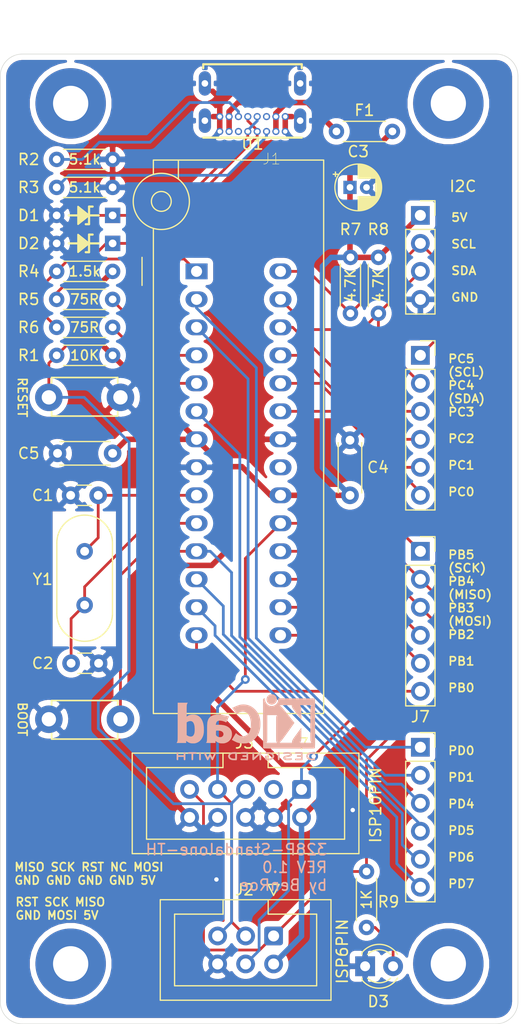
<source format=kicad_pcb>
(kicad_pcb (version 20171130) (host pcbnew "(5.1.7-0-10_14)")
  (layers (0 F.Cu signal) (31 B.Cu signal) (34 B.Paste user) (35 F.Paste user) (36 B.SilkS user) (37 F.SilkS user) (38 B.Mask user) (39 F.Mask user) (44 Edge.Cuts user))
  (net 0 "")
  (net 1 GND)
  (net 2 "Net-(C1-Pad2)")
  (net 3 "Net-(C2-Pad2)")
  (net 4 RST)
  (net 5 "Net-(D1-Pad1)")
  (net 6 "Net-(D2-Pad1)")
  (net 7 "Net-(F1-Pad1)")
  (net 8 "Net-(J1-PadA5)")
  (net 9 "Net-(J1-PadB5)")
  (net 10 MISO)
  (net 11 SCK)
  (net 12 MOSI)
  (net 13 I2C_SCL)
  (net 14 I2C_SDA)
  (net 15 /PC0)
  (net 16 /PC1)
  (net 17 /PC2)
  (net 18 /PC3)
  (net 19 /PB2)
  (net 20 /PB1)
  (net 21 /PB0)
  (net 22 /PD0)
  (net 23 /PD1)
  (net 24 /PD4)
  (net 25 /PD5)
  (net 26 /PD6)
  (net 27 /PD7)
  (net 28 USB_D+)
  (net 29 USB_D-)
  (net 30 +5V)
  (net 31 "Net-(J1-PadA8)")
  (net 32 "Net-(J1-PadB8)")
  (net 33 "Net-(J3-Pad3)")
  (net 34 "Net-(U1-Pad21)")
  (net 35 "Net-(D3-Pad2)")
  (module Symbol:OSHW-Logo2_7.3x6mm_Copper (layer F.Cu) (at 72.15 157.75)
    (fp_text reference REF** hide)
    (fp_text value OSHW-Logo2_7.3x6mm_Copper hide)
    (fp_poly (pts (xy 0.10391 -2.757652) (xy 0.182454 -2.757222) (xy 0.239298 -2.756058) (xy 0.278105 -2.753793) (xy 0.302538 -2.75006) (xy 0.316262 -2.744494) (xy 0.32294 -2.736727) (xy 0.326236 -2.726395) (xy 0.326556 -2.725057) (xy 0.331562 -2.700921) (xy 0.340829 -2.653299) (xy 0.353392 -2.587259) (xy 0.368287 -2.507872) (xy 0.384551 -2.420204) (xy 0.385119 -2.417125) (xy 0.40141 -2.331211) (xy 0.416652 -2.255304) (xy 0.429861 -2.193955) (xy 0.440054 -2.151718) (xy 0.446248 -2.133145) (xy 0.446543 -2.132816) (xy 0.464788 -2.123747) (xy 0.502405 -2.108633) (xy 0.551271 -2.090738) (xy 0.551543 -2.090642) (xy 0.613093 -2.067507) (xy 0.685657 -2.038035) (xy 0.754057 -2.008403) (xy 0.757294 -2.006938) (xy 0.868702 -1.956374) (xy 1.115399 -2.12484) (xy 1.191077 -2.176197) (xy 1.259631 -2.222111) (xy 1.317088 -2.25997) (xy 1.359476 -2.287163) (xy 1.382825 -2.301079) (xy 1.385042 -2.302111) (xy 1.40201 -2.297516) (xy 1.433701 -2.275345) (xy 1.481352 -2.234553) (xy 1.546198 -2.174095) (xy 1.612397 -2.109773) (xy 1.676214 -2.046388) (xy 1.733329 -1.988549) (xy 1.780305 -1.939825) (xy 1.813703 -1.90379) (xy 1.830085 -1.884016) (xy 1.830694 -1.882998) (xy 1.832505 -1.869428) (xy 1.825683 -1.847267) (xy 1.80854 -1.813522) (xy 1.779393 -1.7652) (xy 1.736555 -1.699308) (xy 1.679448 -1.614483) (xy 1.628766 -1.539823) (xy 1.583461 -1.47286) (xy 1.54615 -1.417484) (xy 1.519452 -1.37758) (xy 1.505985 -1.357038) (xy 1.505137 -1.355644) (xy 1.506781 -1.335962) (xy 1.519245 -1.297707) (xy 1.540048 -1.248111) (xy 1.547462 -1.232272) (xy 1.579814 -1.16171) (xy 1.614328 -1.081647) (xy 1.642365 -1.012371) (xy 1.662568 -0.960955) (xy 1.678615 -0.921881) (xy 1.687888 -0.901459) (xy 1.689041 -0.899886) (xy 1.706096 -0.897279) (xy 1.746298 -0.890137) (xy 1.804302 -0.879477) (xy 1.874763 -0.866315) (xy 1.952335 -0.851667) (xy 2.031672 -0.836551) (xy 2.107431 -0.821982) (xy 2.174264 -0.808978) (xy 2.226828 -0.798555) (xy 2.259776 -0.79173) (xy 2.267857 -0.789801) (xy 2.276205 -0.785038) (xy 2.282506 -0.774282) (xy 2.287045 -0.753902) (xy 2.290104 -0.720266) (xy 2.291967 -0.669745) (xy 2.292918 -0.598708) (xy 2.29324 -0.503524) (xy 2.293257 -0.464508) (xy 2.293257 -0.147201) (xy 2.217057 -0.132161) (xy 2.174663 -0.124005) (xy 2.1114 -0.112101) (xy 2.034962 -0.097884) (xy 1.953043 -0.08279) (xy 1.9304 -0.078645) (xy 1.854806 -0.063947) (xy 1.788953 -0.049495) (xy 1.738366 -0.036625) (xy 1.708574 -0.026678) (xy 1.703612 -0.023713) (xy 1.691426 -0.002717) (xy 1.673953 0.037967) (xy 1.654577 0.090322) (xy 1.650734 0.1016) (xy 1.625339 0.171523) (xy 1.593817 0.250418) (xy 1.562969 0.321266) (xy 1.562817 0.321595) (xy 1.511447 0.432733) (xy 1.680399 0.681253) (xy 1.849352 0.929772) (xy 1.632429 1.147058) (xy 1.566819 1.211726) (xy 1.506979 1.268733) (xy 1.456267 1.315033) (xy 1.418046 1.347584) (xy 1.395675 1.363343) (xy 1.392466 1.364343) (xy 1.373626 1.356469) (xy 1.33518 1.334578) (xy 1.28133 1.301267) (xy 1.216276 1.259131) (xy 1.14594 1.211943) (xy 1.074555 1.16381) (xy 1.010908 1.121928) (xy 0.959041 1.088871) (xy 0.922995 1.067218) (xy 0.906867 1.059543) (xy 0.887189 1.066037) (xy 0.849875 1.08315) (xy 0.802621 1.107326) (xy 0.797612 1.110013) (xy 0.733977 1.141927) (xy 0.690341 1.157579) (xy 0.663202 1.157745) (xy 0.649057 1.143204) (xy 0.648975 1.143) (xy 0.641905 1.125779) (xy 0.625042 1.084899) (xy 0.599695 1.023525) (xy 0.567171 0.944819) (xy 0.528778 0.851947) (xy 0.485822 0.748072) (xy 0.444222 0.647502) (xy 0.398504 0.536516) (xy 0.356526 0.433703) (xy 0.319548 0.342215) (xy 0.288827 0.265201) (xy 0.265622 0.205815) (xy 0.25119 0.167209) (xy 0.246743 0.1528) (xy 0.257896 0.136272) (xy 0.287069 0.10993) (xy 0.325971 0.080887) (xy 0.436757 -0.010961) (xy 0.523351 -0.116241) (xy 0.584716 -0.232734) (xy 0.619815 -0.358224) (xy 0.627608 -0.490493) (xy 0.621943 -0.551543) (xy 0.591078 -0.678205) (xy 0.53792 -0.790059) (xy 0.465767 -0.885999) (xy 0.377917 -0.964924) (xy 0.277665 -1.02573) (xy 0.16831 -1.067313) (xy 0.053147 -1.088572) (xy -0.064525 -1.088401) (xy -0.18141 -1.065699) (xy -0.294211 -1.019362) (xy -0.399631 -0.948287) (xy -0.443632 -0.908089) (xy -0.528021 -0.804871) (xy -0.586778 -0.692075) (xy -0.620296 -0.57299) (xy -0.628965 -0.450905) (xy -0.613177 -0.329107) (xy -0.573322 -0.210884) (xy -0.509793 -0.099525) (xy -0.422979 0.001684) (xy -0.325971 0.080887) (xy -0.285563 0.111162) (xy -0.257018 0.137219) (xy -0.246743 0.152825) (xy -0.252123 0.169843) (xy -0.267425 0.2105) (xy -0.291388 0.271642) (xy -0.322756 0.350119) (xy -0.360268 0.44278) (xy -0.402667 0.546472) (xy -0.444337 0.647526) (xy -0.49031 0.758607) (xy -0.532893 0.861541) (xy -0.570779 0.953165) (xy -0.60266 1.030316) (xy -0.627229 1.089831) (xy -0.64318 1.128544) (xy -0.64909 1.143) (xy -0.663052 1.157685) (xy -0.69006 1.157642) (xy -0.733587 1.142099) (xy -0.79711 1.110284) (xy -0.797612 1.110013) (xy -0.84544 1.085323) (xy -0.884103 1.067338) (xy -0.905905 1.059614) (xy -0.906867 1.059543) (xy -0.923279 1.067378) (xy -0.959513 1.089165) (xy -1.011526 1.122328) (xy -1.075275 1.164291) (xy -1.14594 1.211943) (xy -1.217884 1.260191) (xy -1.282726 1.302151) (xy -1.336265 1.335227) (xy -1.374303 1.356821) (xy -1.392467 1.364343) (xy -1.409192 1.354457) (xy -1.44282 1.326826) (xy -1.48999 1.284495) (xy -1.547342 1.230505) (xy -1.611516 1.167899) (xy -1.632503 1.146983) (xy -1.849501 0.929623) (xy -1.684332 0.68722) (xy -1.634136 0.612781) (xy -1.590081 0.545972) (xy -1.554638 0.490665) (xy -1.530281 0.450729) (xy -1.519478 0.430036) (xy -1.519162 0.428563) (xy -1.524857 0.409058) (xy -1.540174 0.369822) (xy -1.562463 0.31743) (xy -1.578107 0.282355) (xy -1.607359 0.215201) (xy -1.634906 0.147358) (xy -1.656263 0.090034) (xy -1.662065 0.072572) (xy -1.678548 0.025938) (xy -1.69466 -0.010095) (xy -1.70351 -0.023713) (xy -1.72304 -0.032048) (xy -1.765666 -0.043863) (xy -1.825855 -0.057819) (xy -1.898078 -0.072578) (xy -1.9304 -0.078645) (xy -2.012478 -0.093727) (xy -2.091205 -0.108331) (xy -2.158891 -0.12102) (xy -2.20784 -0.130358) (xy -2.217057 -0.132161) (xy -2.293257 -0.147201) (xy -2.293257 -0.464508) (xy -2.293086 -0.568846) (xy -2.292384 -0.647787) (xy -2.290866 -0.704962) (xy -2.288251 -0.744001) (xy -2.284254 -0.768535) (xy -2.278591 -0.782195) (xy -2.27098 -0.788611) (xy -2.267857 -0.789801) (xy -2.249022 -0.79402) (xy -2.207412 -0.802438) (xy -2.14837 -0.814039) (xy -2.077243 -0.827805) (xy -1.999375 -0.84272) (xy -1.920113 -0.857768) (xy -1.844802 -0.871931) (xy -1.778787 -0.884194) (xy -1.727413 -0.893539) (xy -1.696025 -0.89895) (xy -1.689041 -0.899886) (xy -1.682715 -0.912404) (xy -1.66871 -0.945754) (xy -1.649645 -0.993623) (xy -1.642366 -1.012371) (xy -1.613004 -1.084805) (xy -1.578429 -1.16483) (xy -1.547463 -1.232272) (xy -1.524677 -1.283841) (xy -1.509518 -1.326215) (xy -1.504458 -1.352166) (xy -1.505264 -1.355644) (xy -1.515959 -1.372064) (xy -1.54038 -1.408583) (xy -1.575905 -1.461313) (xy -1.619913 -1.526365) (xy -1.669783 -1.599849) (xy -1.679644 -1.614355) (xy -1.737508 -1.700296) (xy -1.780044 -1.765739) (xy -1.808946 -1.813696) (xy -1.82591 -1.84718) (xy -1.832633 -1.869205) (xy -1.83081 -1.882783) (xy -1.830764 -1.882869) (xy -1.816414 -1.900703) (xy -1.784677 -1.935183) (xy -1.73899 -1.982732) (xy -1.682796 -2.039778) (xy -1.619532 -2.102745) (xy -1.612398 -2.109773) (xy -1.53267 -2.18698) (xy -1.471143 -2.24367) (xy -1.426579 -2.28089) (xy -1.397743 -2.299685) (xy -1.385042 -2.302111) (xy -1.366506 -2.291529) (xy -1.328039 -2.267084) (xy -1.273614 -2.231388) (xy -1.207202 -2.187053) (xy -1.132775 -2.136689) (xy -1.115399 -2.12484) (xy -0.868703 -1.956374) (xy -0.757294 -2.006938) (xy -0.689543 -2.036405) (xy -0.616817 -2.066041) (xy -0.554297 -2.08967) (xy -0.551543 -2.090642) (xy -0.50264 -2.108543) (xy -0.464943 -2.12368) (xy -0.446575 -2.13279) (xy -0.446544 -2.132816) (xy -0.440715 -2.149283) (xy -0.430808 -2.189781) (xy -0.417805 -2.249758) (xy -0.402691 -2.32466) (xy -0.386448 -2.409936) (xy -0.385119 -2.417125) (xy -0.368825 -2.504986) (xy -0.353867 -2.58474) (xy -0.341209 -2.651319) (xy -0.331814 -2.699653) (xy -0.326646 -2.724675) (xy -0.326556 -2.725057) (xy -0.323411 -2.735701) (xy -0.317296 -2.743738) (xy -0.304547 -2.749533) (xy -0.2815 -2.753453) (xy -0.244491 -2.755865) (xy -0.189856 -2.757135) (xy -0.113933 -2.757629) (xy -0.013056 -2.757714) (xy 0 -2.757714) (xy 0.10391 -2.757652)) (layer F.Cu) (width 0.01))
    (fp_poly (pts (xy 3.153595 1.966966) (xy 3.211021 2.004497) (xy 3.238719 2.038096) (xy 3.260662 2.099064) (xy 3.262405 2.147308) (xy 3.258457 2.211816) (xy 3.109686 2.276934) (xy 3.037349 2.310202) (xy 2.990084 2.336964) (xy 2.965507 2.360144) (xy 2.961237 2.382667) (xy 2.974889 2.407455) (xy 2.989943 2.423886) (xy 3.033746 2.450235) (xy 3.081389 2.452081) (xy 3.125145 2.431546) (xy 3.157289 2.390752) (xy 3.163038 2.376347) (xy 3.190576 2.331356) (xy 3.222258 2.312182) (xy 3.265714 2.295779) (xy 3.265714 2.357966) (xy 3.261872 2.400283) (xy 3.246823 2.435969) (xy 3.21528 2.476943) (xy 3.210592 2.482267) (xy 3.175506 2.51872) (xy 3.145347 2.538283) (xy 3.107615 2.547283) (xy 3.076335 2.55023) (xy 3.020385 2.550965) (xy 2.980555 2.54166) (xy 2.955708 2.527846) (xy 2.916656 2.497467) (xy 2.889625 2.464613) (xy 2.872517 2.423294) (xy 2.863238 2.367521) (xy 2.859693 2.291305) (xy 2.85941 2.252622) (xy 2.860372 2.206247) (xy 2.948007 2.206247) (xy 2.949023 2.231126) (xy 2.951556 2.2352) (xy 2.968274 2.229665) (xy 3.004249 2.215017) (xy 3.052331 2.19419) (xy 3.062386 2.189714) (xy 3.123152 2.158814) (xy 3.156632 2.131657) (xy 3.16399 2.10622) (xy 3.146391 2.080481) (xy 3.131856 2.069109) (xy 3.07941 2.046364) (xy 3.030322 2.050122) (xy 2.989227 2.077884) (xy 2.960758 2.127152) (xy 2.951631 2.166257) (xy 2.948007 2.206247) (xy 2.860372 2.206247) (xy 2.861285 2.162249) (xy 2.868196 2.095384) (xy 2.881884 2.046695) (xy 2.904096 2.010849) (xy 2.936574 1.982513) (xy 2.950733 1.973355) (xy 3.015053 1.949507) (xy 3.085473 1.948006) (xy 3.153595 1.966966)) (layer F.Cu) (width 0.01))
    (fp_poly (pts (xy 2.6526 1.958752) (xy 2.669948 1.966334) (xy 2.711356 1.999128) (xy 2.746765 2.046547) (xy 2.768664 2.097151) (xy 2.772229 2.122098) (xy 2.760279 2.156927) (xy 2.734067 2.175357) (xy 2.705964 2.186516) (xy 2.693095 2.188572) (xy 2.686829 2.173649) (xy 2.674456 2.141175) (xy 2.669028 2.126502) (xy 2.63859 2.075744) (xy 2.59452 2.050427) (xy 2.53801 2.051206) (xy 2.533825 2.052203) (xy 2.503655 2.066507) (xy 2.481476 2.094393) (xy 2.466327 2.139287) (xy 2.45725 2.204615) (xy 2.453286 2.293804) (xy 2.452914 2.341261) (xy 2.45273 2.416071) (xy 2.451522 2.467069) (xy 2.448309 2.499471) (xy 2.442109 2.518495) (xy 2.43194 2.529356) (xy 2.416819 2.537272) (xy 2.415946 2.53767) (xy 2.386828 2.549981) (xy 2.372403 2.554514) (xy 2.370186 2.540809) (xy 2.368289 2.502925) (xy 2.366847 2.445715) (xy 2.365998 2.374027) (xy 2.365829 2.321565) (xy 2.366692 2.220047) (xy 2.37007 2.143032) (xy 2.377142 2.086023) (xy 2.389088 2.044526) (xy 2.40709 2.014043) (xy 2.432327 1.99008) (xy 2.457247 1.973355) (xy 2.517171 1.951097) (xy 2.586911 1.946076) (xy 2.6526 1.958752)) (layer F.Cu) (width 0.01))
    (fp_poly (pts (xy 2.144876 1.956335) (xy 2.186667 1.975344) (xy 2.219469 1.998378) (xy 2.243503 2.024133) (xy 2.260097 2.057358) (xy 2.270577 2.1028) (xy 2.276271 2.165207) (xy 2.278507 2.249327) (xy 2.278743 2.304721) (xy 2.278743 2.520826) (xy 2.241774 2.53767) (xy 2.212656 2.549981) (xy 2.198231 2.554514) (xy 2.195472 2.541025) (xy 2.193282 2.504653) (xy 2.191942 2.451542) (xy 2.191657 2.409372) (xy 2.190434 2.348447) (xy 2.187136 2.300115) (xy 2.182321 2.270518) (xy 2.178496 2.264229) (xy 2.152783 2.270652) (xy 2.112418 2.287125) (xy 2.065679 2.309458) (xy 2.020845 2.333457) (xy 1.986193 2.35493) (xy 1.970002 2.369685) (xy 1.969938 2.369845) (xy 1.97133 2.397152) (xy 1.983818 2.423219) (xy 2.005743 2.444392) (xy 2.037743 2.451474) (xy 2.065092 2.450649) (xy 2.103826 2.450042) (xy 2.124158 2.459116) (xy 2.136369 2.483092) (xy 2.137909 2.487613) (xy 2.143203 2.521806) (xy 2.129047 2.542568) (xy 2.092148 2.552462) (xy 2.052289 2.554292) (xy 1.980562 2.540727) (xy 1.943432 2.521355) (xy 1.897576 2.475845) (xy 1.873256 2.419983) (xy 1.871073 2.360957) (xy 1.891629 2.305953) (xy 1.922549 2.271486) (xy 1.95342 2.252189) (xy 2.001942 2.227759) (xy 2.058485 2.202985) (xy 2.06791 2.199199) (xy 2.130019 2.171791) (xy 2.165822 2.147634) (xy 2.177337 2.123619) (xy 2.16658 2.096635) (xy 2.148114 2.075543) (xy 2.104469 2.049572) (xy 2.056446 2.047624) (xy 2.012406 2.067637) (xy 1.980709 2.107551) (xy 1.976549 2.117848) (xy 1.952327 2.155724) (xy 1.916965 2.183842) (xy 1.872343 2.206917) (xy 1.872343 2.141485) (xy 1.874969 2.101506) (xy 1.88623 2.069997) (xy 1.911199 2.036378) (xy 1.935169 2.010484) (xy 1.972441 1.973817) (xy 2.001401 1.954121) (xy 2.032505 1.94622) (xy 2.067713 1.944914) (xy 2.144876 1.956335)) (layer F.Cu) (width 0.01))
    (fp_poly (pts (xy 1.779833 1.958663) (xy 1.782048 1.99685) (xy 1.783784 2.054886) (xy 1.784899 2.12818) (xy 1.785257 2.205055) (xy 1.785257 2.465196) (xy 1.739326 2.511127) (xy 1.707675 2.539429) (xy 1.67989 2.550893) (xy 1.641915 2.550168) (xy 1.62684 2.548321) (xy 1.579726 2.542948) (xy 1.540756 2.539869) (xy 1.531257 2.539585) (xy 1.499233 2.541445) (xy 1.453432 2.546114) (xy 1.435674 2.548321) (xy 1.392057 2.551735) (xy 1.362745 2.54432) (xy 1.33368 2.521427) (xy 1.323188 2.511127) (xy 1.277257 2.465196) (xy 1.277257 1.978602) (xy 1.314226 1.961758) (xy 1.346059 1.949282) (xy 1.364683 1.944914) (xy 1.369458 1.958718) (xy 1.373921 1.997286) (xy 1.377775 2.056356) (xy 1.380722 2.131663) (xy 1.382143 2.195286) (xy 1.386114 2.445657) (xy 1.420759 2.450556) (xy 1.452268 2.447131) (xy 1.467708 2.436041) (xy 1.472023 2.415308) (xy 1.475708 2.371145) (xy 1.478469 2.309146) (xy 1.480012 2.234909) (xy 1.480235 2.196706) (xy 1.480457 1.976783) (xy 1.526166 1.960849) (xy 1.558518 1.950015) (xy 1.576115 1.944962) (xy 1.576623 1.944914) (xy 1.578388 1.958648) (xy 1.580329 1.99673) (xy 1.582282 2.054482) (xy 1.584084 2.127227) (xy 1.585343 2.195286) (xy 1.589314 2.445657) (xy 1.6764 2.445657) (xy 1.680396 2.21724) (xy 1.684392 1.988822) (xy 1.726847 1.966868) (xy 1.758192 1.951793) (xy 1.776744 1.944951) (xy 1.777279 1.944914) (xy 1.779833 1.958663)) (layer F.Cu) (width 0.01))
    (fp_poly (pts (xy 1.190117 2.065358) (xy 1.189933 2.173837) (xy 1.189219 2.257287) (xy 1.187675 2.319704) (xy 1.185001 2.365085) (xy 1.180894 2.397429) (xy 1.175055 2.420733) (xy 1.167182 2.438995) (xy 1.161221 2.449418) (xy 1.111855 2.505945) (xy 1.049264 2.541377) (xy 0.980013 2.55409) (xy 0.910668 2.542463) (xy 0.869375 2.521568) (xy 0.826025 2.485422) (xy 0.796481 2.441276) (xy 0.778655 2.383462) (xy 0.770463 2.306313) (xy 0.769302 2.249714) (xy 0.769458 2.245647) (xy 0.870857 2.245647) (xy 0.871476 2.31055) (xy 0.874314 2.353514) (xy 0.88084 2.381622) (xy 0.892523 2.401953) (xy 0.906483 2.417288) (xy 0.953365 2.44689) (xy 1.003701 2.449419) (xy 1.051276 2.424705) (xy 1.054979 2.421356) (xy 1.070783 2.403935) (xy 1.080693 2.383209) (xy 1.086058 2.352362) (xy 1.088228 2.304577) (xy 1.088571 2.251748) (xy 1.087827 2.185381) (xy 1.084748 2.141106) (xy 1.078061 2.112009) (xy 1.066496 2.091173) (xy 1.057013 2.080107) (xy 1.01296 2.052198) (xy 0.962224 2.048843) (xy 0.913796 2.070159) (xy 0.90445 2.078073) (xy 0.88854 2.095647) (xy 0.87861 2.116587) (xy 0.873278 2.147782) (xy 0.871163 2.196122) (xy 0.870857 2.245647) (xy 0.769458 2.245647) (xy 0.77281 2.158568) (xy 0.784726 2.090086) (xy 0.807135 2.0386) (xy 0.842124 1.998443) (xy 0.869375 1.977861) (xy 0.918907 1.955625) (xy 0.976316 1.945304) (xy 1.029682 1.948067) (xy 1.059543 1.959212) (xy 1.071261 1.962383) (xy 1.079037 1.950557) (xy 1.084465 1.918866) (xy 1.088571 1.870593) (xy 1.093067 1.816829) (xy 1.099313 1.784482) (xy 1.110676 1.765985) (xy 1.130528 1.75377) (xy 1.143 1.748362) (xy 1.190171 1.728601) (xy 1.190117 2.065358)) (layer F.Cu) (width 0.01))
    (fp_poly (pts (xy 0.529926 1.949755) (xy 0.595858 1.974084) (xy 0.649273 2.017117) (xy 0.670164 2.047409) (xy 0.692939 2.102994) (xy 0.692466 2.143186) (xy 0.668562 2.170217) (xy 0.659717 2.174813) (xy 0.62153 2.189144) (xy 0.602028 2.185472) (xy 0.595422 2.161407) (xy 0.595086 2.148114) (xy 0.582992 2.09921) (xy 0.551471 2.064999) (xy 0.507659 2.048476) (xy 0.458695 2.052634) (xy 0.418894 2.074227) (xy 0.40545 2.086544) (xy 0.395921 2.101487) (xy 0.389485 2.124075) (xy 0.385317 2.159328) (xy 0.382597 2.212266) (xy 0.380502 2.287907) (xy 0.37996 2.311857) (xy 0.377981 2.39379) (xy 0.375731 2.451455) (xy 0.372357 2.489608) (xy 0.367006 2.513004) (xy 0.358824 2.526398) (xy 0.346959 2.534545) (xy 0.339362 2.538144) (xy 0.307102 2.550452) (xy 0.288111 2.554514) (xy 0.281836 2.540948) (xy 0.278006 2.499934) (xy 0.2766 2.430999) (xy 0.277598 2.333669) (xy 0.277908 2.318657) (xy 0.280101 2.229859) (xy 0.282693 2.165019) (xy 0.286382 2.119067) (xy 0.291864 2.086935) (xy 0.299835 2.063553) (xy 0.310993 2.043852) (xy 0.31683 2.03541) (xy 0.350296 1.998057) (xy 0.387727 1.969003) (xy 0.392309 1.966467) (xy 0.459426 1.946443) (xy 0.529926 1.949755)) (layer F.Cu) (width 0.01))
    (fp_poly (pts (xy 0.039744 1.950968) (xy 0.096616 1.972087) (xy 0.097267 1.972493) (xy 0.13244 1.99838) (xy 0.158407 2.028633) (xy 0.17667 2.068058) (xy 0.188732 2.121462) (xy 0.196096 2.193651) (xy 0.200264 2.289432) (xy 0.200629 2.303078) (xy 0.205876 2.508842) (xy 0.161716 2.531678) (xy 0.129763 2.54711) (xy 0.11047 2.554423) (xy 0.109578 2.554514) (xy 0.106239 2.541022) (xy 0.103587 2.504626) (xy 0.101956 2.451452) (xy 0.1016 2.408393) (xy 0.101592 2.338641) (xy 0.098403 2.294837) (xy 0.087288 2.273944) (xy 0.063501 2.272925) (xy 0.022296 2.288741) (xy -0.039914 2.317815) (xy -0.085659 2.341963) (xy -0.109187 2.362913) (xy -0.116104 2.385747) (xy -0.116114 2.386877) (xy -0.104701 2.426212) (xy -0.070908 2.447462) (xy -0.019191 2.450539) (xy 0.018061 2.450006) (xy 0.037703 2.460735) (xy 0.049952 2.486505) (xy 0.057002 2.519337) (xy 0.046842 2.537966) (xy 0.043017 2.540632) (xy 0.007001 2.55134) (xy -0.043434 2.552856) (xy -0.095374 2.545759) (xy -0.132178 2.532788) (xy -0.183062 2.489585) (xy -0.211986 2.429446) (xy -0.217714 2.382462) (xy -0.213343 2.340082) (xy -0.197525 2.305488) (xy -0.166203 2.274763) (xy -0.115322 2.24399) (xy -0.040824 2.209252) (xy -0.036286 2.207288) (xy 0.030821 2.176287) (xy 0.072232 2.150862) (xy 0.089981 2.128014) (xy 0.086107 2.104745) (xy 0.062643 2.078056) (xy 0.055627 2.071914) (xy 0.00863 2.0481) (xy -0.040067 2.049103) (xy -0.082478 2.072451) (xy -0.110616 2.115675) (xy -0.113231 2.12416) (xy -0.138692 2.165308) (xy -0.170999 2.185128) (xy -0.217714 2.20477) (xy -0.217714 2.15395) (xy -0.203504 2.080082) (xy -0.161325 2.012327) (xy -0.139376 1.989661) (xy -0.089483 1.960569) (xy -0.026033 1.9474) (xy 0.039744 1.950968)) (layer F.Cu) (width 0.01))
    (fp_poly (pts (xy -0.624114 1.851289) (xy -0.619861 1.910613) (xy -0.614975 1.945572) (xy -0.608205 1.96082) (xy -0.598298 1.961015) (xy -0.595086 1.959195) (xy -0.552356 1.946015) (xy -0.496773 1.946785) (xy -0.440263 1.960333) (xy -0.404918 1.977861) (xy -0.368679 2.005861) (xy -0.342187 2.037549) (xy -0.324001 2.077813) (xy -0.312678 2.131543) (xy -0.306778 2.203626) (xy -0.304857 2.298951) (xy -0.304823 2.317237) (xy -0.3048 2.522646) (xy -0.350509 2.53858) (xy -0.382973 2.54942) (xy -0.400785 2.554468) (xy -0.401309 2.554514) (xy -0.403063 2.540828) (xy -0.404556 2.503076) (xy -0.405674 2.446224) (xy -0.406303 2.375234) (xy -0.4064 2.332073) (xy -0.406602 2.246973) (xy -0.407642 2.185981) (xy -0.410169 2.144177) (xy -0.414836 2.116642) (xy -0.422293 2.098456) (xy -0.433189 2.084698) (xy -0.439993 2.078073) (xy -0.486728 2.051375) (xy -0.537728 2.049375) (xy -0.583999 2.071955) (xy -0.592556 2.080107) (xy -0.605107 2.095436) (xy -0.613812 2.113618) (xy -0.619369 2.139909) (xy -0.622474 2.179562) (xy -0.623824 2.237832) (xy -0.624114 2.318173) (xy -0.624114 2.522646) (xy -0.669823 2.53858) (xy -0.702287 2.54942) (xy -0.720099 2.554468) (xy -0.720623 2.554514) (xy -0.721963 2.540623) (xy -0.723172 2.501439) (xy -0.724199 2.4407) (xy -0.724998 2.362141) (xy -0.725519 2.269498) (xy -0.725714 2.166509) (xy -0.725714 1.769342) (xy -0.678543 1.749444) (xy -0.631371 1.729547) (xy -0.624114 1.851289)) (layer F.Cu) (width 0.01))
    (fp_poly (pts (xy -1.831697 1.931239) (xy -1.774473 1.969735) (xy -1.730251 2.025335) (xy -1.703833 2.096086) (xy -1.69849 2.148162) (xy -1.699097 2.169893) (xy -1.704178 2.186531) (xy -1.718145 2.201437) (xy -1.745411 2.217973) (xy -1.790388 2.239498) (xy -1.857489 2.269374) (xy -1.857829 2.269524) (xy -1.919593 2.297813) (xy -1.970241 2.322933) (xy -2.004596 2.342179) (xy -2.017482 2.352848) (xy -2.017486 2.352934) (xy -2.006128 2.376166) (xy -1.979569 2.401774) (xy -1.949077 2.420221) (xy -1.93363 2.423886) (xy -1.891485 2.411212) (xy -1.855192 2.379471) (xy -1.837483 2.344572) (xy -1.820448 2.318845) (xy -1.787078 2.289546) (xy -1.747851 2.264235) (xy -1.713244 2.250471) (xy -1.706007 2.249714) (xy -1.697861 2.26216) (xy -1.69737 2.293972) (xy -1.703357 2.336866) (xy -1.714643 2.382558) (xy -1.73005 2.422761) (xy -1.730829 2.424322) (xy -1.777196 2.489062) (xy -1.837289 2.533097) (xy -1.905535 2.554711) (xy -1.976362 2.552185) (xy -2.044196 2.523804) (xy -2.047212 2.521808) (xy -2.100573 2.473448) (xy -2.13566 2.410352) (xy -2.155078 2.327387) (xy -2.157684 2.304078) (xy -2.162299 2.194055) (xy -2.156767 2.142748) (xy -2.017486 2.142748) (xy -2.015676 2.174753) (xy -2.005778 2.184093) (xy -1.981102 2.177105) (xy -1.942205 2.160587) (xy -1.898725 2.139881) (xy -1.897644 2.139333) (xy -1.860791 2.119949) (xy -1.846 2.107013) (xy -1.849647 2.093451) (xy -1.865005 2.075632) (xy -1.904077 2.049845) (xy -1.946154 2.04795) (xy -1.983897 2.066717) (xy -2.009966 2.102915) (xy -2.017486 2.142748) (xy -2.156767 2.142748) (xy -2.152806 2.106027) (xy -2.12845 2.036212) (xy -2.094544 1.987302) (xy -2.033347 1.937878) (xy -1.965937 1.913359) (xy -1.89712 1.911797) (xy -1.831697 1.931239)) (layer F.Cu) (width 0.01))
    (fp_poly (pts (xy -2.958885 1.921962) (xy -2.890855 1.957733) (xy -2.840649 2.015301) (xy -2.822815 2.052312) (xy -2.808937 2.107882) (xy -2.801833 2.178096) (xy -2.80116 2.254727) (xy -2.806573 2.329552) (xy -2.81773 2.394342) (xy -2.834286 2.440873) (xy -2.839374 2.448887) (xy -2.899645 2.508707) (xy -2.971231 2.544535) (xy -3.048908 2.55502) (xy -3.127452 2.53881) (xy -3.149311 2.529092) (xy -3.191878 2.499143) (xy -3.229237 2.459433) (xy -3.232768 2.454397) (xy -3.247119 2.430124) (xy -3.256606 2.404178) (xy -3.26221 2.370022) (xy -3.264914 2.321119) (xy -3.265701 2.250935) (xy -3.265714 2.2352) (xy -3.265678 2.230192) (xy -3.120571 2.230192) (xy -3.119727 2.29643) (xy -3.116404 2.340386) (xy -3.109417 2.368779) (xy -3.097584 2.388325) (xy -3.091543 2.394857) (xy -3.056814 2.41968) (xy -3.023097 2.418548) (xy -2.989005 2.397016) (xy -2.968671 2.374029) (xy -2.956629 2.340478) (xy -2.949866 2.287569) (xy -2.949402 2.281399) (xy -2.948248 2.185513) (xy -2.960312 2.114299) (xy -2.98543 2.068194) (xy -3.02344 2.047635) (xy -3.037008 2.046514) (xy -3.072636 2.052152) (xy -3.097006 2.071686) (xy -3.111907 2.109042) (xy -3.119125 2.16815) (xy -3.120571 2.230192) (xy -3.265678 2.230192) (xy -3.265174 2.160413) (xy -3.262904 2.108159) (xy -3.257932 2.071949) (xy -3.249287 2.045299) (xy -3.235995 2.021722) (xy -3.233057 2.017338) (xy -3.183687 1.958249) (xy -3.129891 1.923947) (xy -3.064398 1.910331) (xy -3.042158 1.909665) (xy -2.958885 1.921962)) (layer F.Cu) (width 0.01))
    (fp_poly (pts (xy -1.283907 1.92778) (xy -1.237328 1.954723) (xy -1.204943 1.981466) (xy -1.181258 2.009484) (xy -1.164941 2.043748) (xy -1.154661 2.089227) (xy -1.149086 2.150892) (xy -1.146884 2.233711) (xy -1.146629 2.293246) (xy -1.146629 2.512391) (xy -1.208314 2.540044) (xy -1.27 2.567697) (xy -1.277257 2.32767) (xy -1.280256 2.238028) (xy -1.283402 2.172962) (xy -1.287299 2.128026) (xy -1.292553 2.09877) (xy -1.299769 2.080748) (xy -1.30955 2.069511) (xy -1.312688 2.067079) (xy -1.360239 2.048083) (xy -1.408303 2.0556) (xy -1.436914 2.075543) (xy -1.448553 2.089675) (xy -1.456609 2.10822) (xy -1.461729 2.136334) (xy -1.464559 2.179173) (xy -1.465744 2.241895) (xy -1.465943 2.307261) (xy -1.465982 2.389268) (xy -1.467386 2.447316) (xy -1.472086 2.486465) (xy -1.482013 2.51178) (xy -1.499097 2.528323) (xy -1.525268 2.541156) (xy -1.560225 2.554491) (xy -1.598404 2.569007) (xy -1.593859 2.311389) (xy -1.592029 2.218519) (xy -1.589888 2.149889) (xy -1.586819 2.100711) (xy -1.582206 2.066198) (xy -1.575432 2.041562) (xy -1.565881 2.022016) (xy -1.554366 2.00477) (xy -1.49881 1.94968) (xy -1.43102 1.917822) (xy -1.357287 1.910191) (xy -1.283907 1.92778)) (layer F.Cu) (width 0.01))
    (fp_poly (pts (xy -2.400256 1.919918) (xy -2.344799 1.947568) (xy -2.295852 1.99848) (xy -2.282371 2.017338) (xy -2.267686 2.042015) (xy -2.258158 2.068816) (xy -2.252707 2.104587) (xy -2.250253 2.156169) (xy -2.249714 2.224267) (xy -2.252148 2.317588) (xy -2.260606 2.387657) (xy -2.276826 2.439931) (xy -2.302546 2.479869) (xy -2.339503 2.512929) (xy -2.342218 2.514886) (xy -2.37864 2.534908) (xy -2.422498 2.544815) (xy -2.478276 2.547257) (xy -2.568952 2.547257) (xy -2.56899 2.635283) (xy -2.569834 2.684308) (xy -2.574976 2.713065) (xy -2.588413 2.730311) (xy -2.614142 2.744808) (xy -2.620321 2.747769) (xy -2.649236 2.761648) (xy -2.671624 2.770414) (xy -2.688271 2.771171) (xy -2.699964 2.761023) (xy -2.70749 2.737073) (xy -2.711634 2.696426) (xy -2.713185 2.636186) (xy -2.712929 2.553455) (xy -2.711651 2.445339) (xy -2.711252 2.413) (xy -2.709815 2.301524) (xy -2.708528 2.228603) (xy -2.569029 2.228603) (xy -2.568245 2.290499) (xy -2.56476 2.330997) (xy -2.556876 2.357708) (xy -2.542895 2.378244) (xy -2.533403 2.38826) (xy -2.494596 2.417567) (xy -2.460237 2.419952) (xy -2.424784 2.39575) (xy -2.423886 2.394857) (xy -2.409461 2.376153) (xy -2.400687 2.350732) (xy -2.396261 2.311584) (xy -2.394882 2.251697) (xy -2.394857 2.23843) (xy -2.398188 2.155901) (xy -2.409031 2.098691) (xy -2.42866 2.063766) (xy -2.45835 2.048094) (xy -2.475509 2.046514) (xy -2.516234 2.053926) (xy -2.544168 2.07833) (xy -2.560983 2.12298) (xy -2.56835 2.19113) (xy -2.569029 2.228603) (xy -2.708528 2.228603) (xy -2.708292 2.215245) (xy -2.706323 2.150333) (xy -2.70355 2.102958) (xy -2.699612 2.06929) (xy -2.694151 2.045498) (xy -2.686808 2.027753) (xy -2.677223 2.012224) (xy -2.673113 2.006381) (xy -2.618595 1.951185) (xy -2.549664 1.91989) (xy -2.469928 1.911165) (xy -2.400256 1.919918)) (layer F.Cu) (width 0.01))
  )
  (module Symbol:KiCad-Logo2_5mm_SilkScreen (layer B.Cu) (at 88.3 150.575 180)
    (fp_text reference REF** hide)
    (fp_text value KiCad-Logo2_5mm_SilkScreen hide)
  )
  (module keycapsss:TACT_SWITCH_TVBP06 (layer F.Cu) (at 73.66 149.86 180)
    (fp_text reference SW2 hide)
    (fp_text value BOOT hide)
    (fp_text user BOOT (at 5.66 0 270 unlocked) (layer F.SilkS) (effects (font (size 0.8 0.8))))
    (pad 1 thru_hole circle (at -3.25 0 180) (size 2.5 2.5) (drill 1.3) (layers *.Cu *.Mask) (net 25 /PD5))
    (pad 2 thru_hole circle (at 3.25 0 180) (size 2.5 2.5) (drill 1.3) (layers *.Cu *.Mask) (net 1 GND))
  )
  (module keycapsss:TACT_SWITCH_TVBP06 (layer F.Cu) (at 73.66 120.65)
    (fp_text reference SW1 hide)
    (fp_text value RESET hide)
    (fp_text user RESET (at -5.66 0 270 unlocked) (layer F.SilkS) (effects (font (size 0.8 0.8))))
    (pad 1 thru_hole circle (at -3.25 0) (size 2.5 2.5) (drill 1.3) (layers *.Cu *.Mask) (net 4 RST))
    (pad 2 thru_hole circle (at 3.25 0) (size 2.5 2.5) (drill 1.3) (layers *.Cu *.Mask) (net 1 GND))
  )
  (module keycapsss:Diode-Zener-35_SOD27_P5.08mm_Horizontal (layer F.Cu) (at 73.66 104.14 180)
    (fp_text reference D1 (at 5.08 0) (layer F.SilkS))
    (fp_text value 3.6V)
    (pad 2 thru_hole circle (at 2.54 0 180) (size 1.4 1.4) (drill 0.7) (layers *.Cu *.Mask) (net 1 GND))
    (pad 1 thru_hole rect (at -2.54 0 180) (size 1.4 1.4) (drill 0.7) (layers *.Cu *.Mask) (net 5 "Net-(D1-Pad1)"))
  )
  (module keycapsss:Diode-Zener-35_SOD27_P5.08mm_Horizontal (layer F.Cu) (at 73.66 106.68 180)
    (fp_text reference D2 (at 5.08 0) (layer F.SilkS))
    (fp_text value 3.6V)
    (pad 2 thru_hole circle (at 2.54 0 180) (size 1.4 1.4) (drill 0.7) (layers *.Cu *.Mask) (net 1 GND))
    (pad 1 thru_hole rect (at -2.54 0 180) (size 1.4 1.4) (drill 0.7) (layers *.Cu *.Mask) (net 6 "Net-(D2-Pad1)"))
  )
  (module keycapsss:DIP_Socket-28_ZIF-228-3341_7.62mm-row-spacing (layer F.Cu) (at 83.82 109.22)
    (fp_text reference U1 (at 5.08 -11.56) (layer F.SilkS))
    (fp_text value ATmega328P-PU)
    (pad 15 thru_hole oval (at 7.62 33.02) (size 2 1.44) (drill 1) (layers *.Cu *.Mask) (net 20 /PB1))
    (pad 14 thru_hole oval (at 0 33.02) (size 2 1.44) (drill 1) (layers *.Cu *.Mask) (net 21 /PB0))
    (pad 16 thru_hole oval (at 7.62 30.48) (size 2 1.44) (drill 1) (layers *.Cu *.Mask) (net 19 /PB2))
    (pad 13 thru_hole oval (at 0 30.48) (size 2 1.44) (drill 1) (layers *.Cu *.Mask) (net 27 /PD7))
    (pad 17 thru_hole oval (at 7.62 27.94) (size 2 1.44) (drill 1) (layers *.Cu *.Mask) (net 12 MOSI))
    (pad 12 thru_hole oval (at 0 27.94) (size 2 1.44) (drill 1) (layers *.Cu *.Mask) (net 26 /PD6))
    (pad 18 thru_hole oval (at 7.62 25.4) (size 2 1.44) (drill 1) (layers *.Cu *.Mask) (net 10 MISO))
    (pad 11 thru_hole oval (at 0 25.4) (size 2 1.44) (drill 1) (layers *.Cu *.Mask) (net 25 /PD5))
    (pad 19 thru_hole oval (at 7.62 22.86) (size 2 1.44) (drill 1) (layers *.Cu *.Mask) (net 11 SCK))
    (pad 10 thru_hole oval (at 0 22.86) (size 2 1.44) (drill 1) (layers *.Cu *.Mask) (net 3 "Net-(C2-Pad2)"))
    (pad 20 thru_hole oval (at 7.62 20.32) (size 2 1.44) (drill 1) (layers *.Cu *.Mask) (net 30 +5V))
    (pad 9 thru_hole oval (at 0 20.32) (size 2 1.44) (drill 1) (layers *.Cu *.Mask) (net 2 "Net-(C1-Pad2)"))
    (pad 21 thru_hole oval (at 7.62 17.78) (size 2 1.44) (drill 1) (layers *.Cu *.Mask) (net 34 "Net-(U1-Pad21)"))
    (pad 8 thru_hole oval (at 0 17.78) (size 2 1.44) (drill 1) (layers *.Cu *.Mask) (net 1 GND))
    (pad 22 thru_hole oval (at 7.62 15.24) (size 2 1.44) (drill 1) (layers *.Cu *.Mask) (net 1 GND))
    (pad 7 thru_hole oval (at 0 15.24) (size 2 1.44) (drill 1) (layers *.Cu *.Mask) (net 30 +5V))
    (pad 23 thru_hole oval (at 7.62 12.7) (size 2 1.44) (drill 1) (layers *.Cu *.Mask) (net 15 /PC0))
    (pad 6 thru_hole oval (at 0 12.7) (size 2 1.44) (drill 1) (layers *.Cu *.Mask) (net 24 /PD4))
    (pad 24 thru_hole oval (at 7.62 10.16) (size 2 1.44) (drill 1) (layers *.Cu *.Mask) (net 16 /PC1))
    (pad 5 thru_hole oval (at 0 10.16) (size 2 1.44) (drill 1) (layers *.Cu *.Mask) (net 29 USB_D-))
    (pad 25 thru_hole oval (at 7.62 7.62) (size 2 1.44) (drill 1) (layers *.Cu *.Mask) (net 17 /PC2))
    (pad 4 thru_hole oval (at 0 7.62) (size 2 1.44) (drill 1) (layers *.Cu *.Mask) (net 28 USB_D+))
    (pad 26 thru_hole oval (at 7.62 5.08) (size 2 1.44) (drill 1) (layers *.Cu *.Mask) (net 18 /PC3))
    (pad 3 thru_hole oval (at 0 5.08) (size 2 1.44) (drill 1) (layers *.Cu *.Mask) (net 23 /PD1))
    (pad 27 thru_hole oval (at 7.62 2.54) (size 2 1.44) (drill 1) (layers *.Cu *.Mask) (net 14 I2C_SDA))
    (pad 2 thru_hole oval (at 0 2.54) (size 2 1.44) (drill 1) (layers *.Cu *.Mask) (net 22 /PD0))
    (pad 28 thru_hole oval (at 7.62 0) (size 2 1.44) (drill 1) (layers *.Cu *.Mask) (net 13 I2C_SCL))
    (pad 1 thru_hole rect (at 0 0) (size 2 1.44) (drill 1) (layers *.Cu *.Mask) (net 4 RST))
  )
  (module keycapsss:GCT_USB4085-GF-A_REVA (layer F.Cu) (at 88.9 92.5 180)
    (fp_text reference J1 (at -1.73252 -6.51541) (layer F.SilkS) (effects (font (size 1.00015 1.00015) (thickness 0.05))))
    (fp_text value USB4085-GF-A_REVA)
    (fp_line (start 4.625 -3.795) (end 4.625 -2.295) (layer Edge.Cuts) (width 0.001))
    (fp_line (start 4.025 -2.295) (end 4.025 -3.795) (layer Edge.Cuts) (width 0.001))
    (fp_line (start -4.025 -3.795) (end -4.025 -2.295) (layer Edge.Cuts) (width 0.001))
    (fp_line (start -4.625 -2.295) (end -4.625 -3.795) (layer Edge.Cuts) (width 0.001))
    (fp_line (start 4.625 -0.065) (end 4.625 0.735) (layer Edge.Cuts) (width 0.001))
    (fp_line (start 4.025 0.735) (end 4.025 -0.065) (layer Edge.Cuts) (width 0.001))
    (fp_line (start -4.025 -0.065) (end -4.025 0.735) (layer Edge.Cuts) (width 0.001))
    (fp_line (start -4.625 0.735) (end -4.625 -0.065) (layer Edge.Cuts) (width 0.001))
    (fp_arc (start 4.325 -3.795) (end 4.325 -4.095) (angle -90) (layer Edge.Cuts) (width 0.001))
    (fp_arc (start 4.325 -3.795) (end 4.625 -3.795) (angle -90) (layer Edge.Cuts) (width 0.001))
    (fp_arc (start 4.325 -2.295) (end 4.325 -1.995) (angle -90) (layer Edge.Cuts) (width 0.001))
    (fp_arc (start 4.325 -2.295) (end 4.025 -2.295) (angle -90) (layer Edge.Cuts) (width 0.001))
    (fp_arc (start -4.325 -3.795) (end -4.325 -4.095) (angle -90) (layer Edge.Cuts) (width 0.001))
    (fp_arc (start -4.325 -3.795) (end -4.025 -3.795) (angle -90) (layer Edge.Cuts) (width 0.001))
    (fp_arc (start -4.325 -2.295) (end -4.325 -1.995) (angle -90) (layer Edge.Cuts) (width 0.001))
    (fp_arc (start -4.325 -2.295) (end -4.625 -2.295) (angle -90) (layer Edge.Cuts) (width 0.001))
    (fp_arc (start 4.325 -0.065) (end 4.325 -0.365) (angle -90) (layer Edge.Cuts) (width 0.001))
    (fp_arc (start 4.325 -0.065) (end 4.625 -0.065) (angle -90) (layer Edge.Cuts) (width 0.001))
    (fp_arc (start 4.325 0.735) (end 4.325 1.035) (angle -90) (layer Edge.Cuts) (width 0.001))
    (fp_arc (start 4.325 0.735) (end 4.025 0.735) (angle -90) (layer Edge.Cuts) (width 0.001))
    (fp_arc (start -4.325 -0.065) (end -4.325 -0.365) (angle -90) (layer Edge.Cuts) (width 0.001))
    (fp_arc (start -4.325 -0.065) (end -4.025 -0.065) (angle -90) (layer Edge.Cuts) (width 0.001))
    (fp_arc (start -4.325 0.735) (end -4.325 1.035) (angle -90) (layer Edge.Cuts) (width 0.001))
    (fp_arc (start -4.325 0.735) (end -4.625 0.735) (angle -90) (layer Edge.Cuts) (width 0.001))
    (pad P4 thru_hole oval (at -4.325 0.335 270) (size 2.216 1.108) (drill 0.6) (layers *.Cu *.Mask) (net 1 GND))
    (pad P3 thru_hole oval (at 4.325 0.335 270) (size 2.216 1.108) (drill 0.6) (layers *.Cu *.Mask) (net 1 GND))
    (pad P2 thru_hole oval (at 4.325 -3.045 270) (size 2.216 1.108) (drill 0.6) (layers *.Cu *.Mask) (net 1 GND))
    (pad P1 thru_hole oval (at -4.325 -3.045 270) (size 2.216 1.108) (drill 0.6) (layers *.Cu *.Mask) (net 1 GND))
    (pad B12 thru_hole circle (at -2.975 -2.675) (size 0.65 0.65) (drill 0.4) (layers *.Cu *.Mask) (net 1 GND))
    (pad B9 thru_hole circle (at -2.125 -2.675) (size 0.65 0.65) (drill 0.4) (layers *.Cu *.Mask) (net 7 "Net-(F1-Pad1)"))
    (pad B8 thru_hole circle (at -1.275 -2.675) (size 0.65 0.65) (drill 0.4) (layers *.Cu *.Mask) (net 32 "Net-(J1-PadB8)"))
    (pad B7 thru_hole circle (at -0.425 -2.675) (size 0.65 0.65) (drill 0.4) (layers *.Cu *.Mask) (net 5 "Net-(D1-Pad1)"))
    (pad B6 thru_hole circle (at 0.425 -2.675) (size 0.65 0.65) (drill 0.4) (layers *.Cu *.Mask) (net 6 "Net-(D2-Pad1)"))
    (pad B5 thru_hole circle (at 1.275 -2.675) (size 0.65 0.65) (drill 0.4) (layers *.Cu *.Mask) (net 9 "Net-(J1-PadB5)"))
    (pad B4 thru_hole circle (at 2.125 -2.675) (size 0.65 0.65) (drill 0.4) (layers *.Cu *.Mask) (net 7 "Net-(F1-Pad1)"))
    (pad B1 thru_hole circle (at 2.975 -2.675) (size 0.65 0.65) (drill 0.4) (layers *.Cu *.Mask) (net 1 GND))
    (pad A12 thru_hole circle (at 2.975 -4.025 180) (size 0.65 0.65) (drill 0.4) (layers *.Cu *.Mask) (net 1 GND))
    (pad A9 thru_hole circle (at 2.125 -4.025 180) (size 0.65 0.65) (drill 0.4) (layers *.Cu *.Mask) (net 7 "Net-(F1-Pad1)"))
    (pad A8 thru_hole circle (at 1.275 -4.025 180) (size 0.65 0.65) (drill 0.4) (layers *.Cu *.Mask) (net 31 "Net-(J1-PadA8)"))
    (pad A7 thru_hole circle (at 0.425 -4.025 180) (size 0.65 0.65) (drill 0.4) (layers *.Cu *.Mask) (net 5 "Net-(D1-Pad1)"))
    (pad A6 thru_hole circle (at -0.425 -4.025 180) (size 0.65 0.65) (drill 0.4) (layers *.Cu *.Mask) (net 6 "Net-(D2-Pad1)"))
    (pad A5 thru_hole circle (at -1.275 -4.025 180) (size 0.65 0.65) (drill 0.4) (layers *.Cu *.Mask) (net 8 "Net-(J1-PadA5)"))
    (pad A4 thru_hole circle (at -2.125 -4.025 180) (size 0.65 0.65) (drill 0.4) (layers *.Cu *.Mask) (net 7 "Net-(F1-Pad1)"))
    (pad A1 thru_hole circle (at -2.975 -4.025 180) (size 0.65 0.65) (drill 0.4) (layers *.Cu *.Mask) (net 1 GND))
  )
  (module MountingHole:MountingHole_3.2mm_M3_Pad (layer F.Cu) (at 106.68 172.05)
    (fp_text reference H4 hide)
    (fp_text value MountingHole)
    (pad 1 thru_hole circle (at 0 0) (size 6.4 6.4) (drill 3.2) (layers *.Cu *.Mask))
  )
  (module MountingHole:MountingHole_3.2mm_M3_Pad (layer F.Cu) (at 72.39 172.05)
    (fp_text reference H3 hide)
    (fp_text value MountingHole)
    (pad 1 thru_hole circle (at 0 0) (size 6.4 6.4) (drill 3.2) (layers *.Cu *.Mask))
  )
  (module MountingHole:MountingHole_3.2mm_M3_Pad (layer F.Cu) (at 106.68 93.98)
    (fp_text reference H2 hide)
    (fp_text value MountingHole)
    (pad 1 thru_hole circle (at 0 0) (size 6.4 6.4) (drill 3.2) (layers *.Cu *.Mask))
  )
  (module MountingHole:MountingHole_3.2mm_M3_Pad (layer F.Cu) (at 72.39 93.98)
    (fp_text reference H1 hide)
    (fp_text value MountingHole)
    (pad 1 thru_hole circle (at 0 0) (size 6.4 6.4) (drill 3.2) (layers *.Cu *.Mask))
  )
  (module Resistor_THT:R_Axial_DIN0204_L3.6mm_D1.6mm_P5.08mm_Horizontal (layer F.Cu) (at 99.25 163.675 270)
    (fp_text reference R9 (at 2.75 -2 180) (layer F.SilkS))
    (fp_text value 1K (at 2.54 0 90) (layer F.SilkS) (effects (font (size 0.9 0.9))))
    (pad 1 thru_hole circle (at 0 0 270) (size 1.4 1.4) (drill 0.7) (layers *.Cu *.Mask) (net 10 MISO))
    (pad 2 thru_hole oval (at 5.08 0 270) (size 1.4 1.4) (drill 0.7) (layers *.Cu *.Mask) (net 35 "Net-(D3-Pad2)"))
  )
  (module LED_THT:LED_D3.0mm (layer F.Cu) (at 99.125 172.275)
    (fp_text reference D3 (at 1.2 3.2) (layer F.SilkS))
    (fp_text value LED)
    (pad 2 thru_hole circle (at 2.54 0) (size 1.8 1.8) (drill 0.9) (layers *.Cu *.Mask) (net 35 "Net-(D3-Pad2)"))
    (pad 1 thru_hole rect (at 0 0) (size 1.8 1.8) (drill 0.9) (layers *.Cu *.Mask) (net 1 GND))
  )
  (module Capacitor_THT:C_Disc_D3.0mm_W1.6mm_P2.50mm (layer F.Cu) (at 72.39 129.54)
    (fp_text reference C1 (at -2.54 0) (layer F.SilkS))
    (fp_text value 22pF)
    (pad 1 thru_hole circle (at 0 0) (size 1.6 1.6) (drill 0.8) (layers *.Cu *.Mask) (net 1 GND))
    (pad 2 thru_hole circle (at 2.5 0) (size 1.6 1.6) (drill 0.8) (layers *.Cu *.Mask) (net 2 "Net-(C1-Pad2)"))
  )
  (module Capacitor_THT:C_Disc_D3.0mm_W1.6mm_P2.50mm (layer F.Cu) (at 74.93 144.78 180)
    (fp_text reference C2 (at 5.08 0) (layer F.SilkS))
    (fp_text value 22pF)
    (pad 2 thru_hole circle (at 2.5 0 180) (size 1.6 1.6) (drill 0.8) (layers *.Cu *.Mask) (net 3 "Net-(C2-Pad2)"))
    (pad 1 thru_hole circle (at 0 0 180) (size 1.6 1.6) (drill 0.8) (layers *.Cu *.Mask) (net 1 GND))
  )
  (module Capacitor_THT:CP_Radial_D4.0mm_P1.50mm (layer F.Cu) (at 97.75 101.6)
    (fp_text reference C3 (at 0.75 -3.25) (layer F.SilkS))
    (fp_text value 4.7uF)
    (pad 1 thru_hole rect (at 0 0) (size 1.2 1.2) (drill 0.6) (layers *.Cu *.Mask) (net 30 +5V))
    (pad 2 thru_hole circle (at 1.5 0) (size 1.2 1.2) (drill 0.6) (layers *.Cu *.Mask) (net 1 GND))
  )
  (module Capacitor_THT:C_Disc_D4.3mm_W1.9mm_P5.00mm (layer F.Cu) (at 97.75 129.54 90)
    (fp_text reference C4 (at 2.54 2.54 180) (layer F.SilkS))
    (fp_text value 100nF)
    (pad 1 thru_hole circle (at 0 0 90) (size 1.6 1.6) (drill 0.8) (layers *.Cu *.Mask) (net 30 +5V))
    (pad 2 thru_hole circle (at 5 0 90) (size 1.6 1.6) (drill 0.8) (layers *.Cu *.Mask) (net 1 GND))
  )
  (module Capacitor_THT:C_Disc_D4.3mm_W1.9mm_P5.00mm (layer F.Cu) (at 76.2 125.73 180)
    (fp_text reference C5 (at 7.62 0) (layer F.SilkS))
    (fp_text value 100nF)
    (pad 2 thru_hole circle (at 5 0 180) (size 1.6 1.6) (drill 0.8) (layers *.Cu *.Mask) (net 1 GND))
    (pad 1 thru_hole circle (at 0 0 180) (size 1.6 1.6) (drill 0.8) (layers *.Cu *.Mask) (net 30 +5V))
  )
  (module Resistor_THT:R_Axial_DIN0204_L3.6mm_D1.6mm_P5.08mm_Horizontal (layer F.Cu) (at 96.52 96.52)
    (fp_text reference F1 (at 2.54 -1.92) (layer F.SilkS))
    (fp_text value 500mA)
    (pad 1 thru_hole circle (at 0 0) (size 1.4 1.4) (drill 0.7) (layers *.Cu *.Mask) (net 7 "Net-(F1-Pad1)"))
    (pad 2 thru_hole oval (at 5.08 0) (size 1.4 1.4) (drill 0.7) (layers *.Cu *.Mask) (net 30 +5V))
  )
  (module Connector_IDC:IDC-Header_2x03_P2.54mm_Vertical (layer F.Cu) (at 90.815 169.525 270)
    (fp_text reference J2 (at -4.19 2.64 180) (layer F.SilkS))
    (fp_text value ISP6PIN (at 1.4 -6.235 90) (layer F.SilkS))
    (pad 1 thru_hole roundrect (at 0 0 270) (size 1.7 1.7) (drill 1) (layers *.Cu *.Mask) (roundrect_rratio 0.1470588235294118) (net 10 MISO))
    (pad 3 thru_hole circle (at 0 2.54 270) (size 1.7 1.7) (drill 1) (layers *.Cu *.Mask) (net 11 SCK))
    (pad 5 thru_hole circle (at 0 5.08 270) (size 1.7 1.7) (drill 1) (layers *.Cu *.Mask) (net 4 RST))
    (pad 2 thru_hole circle (at 2.54 0 270) (size 1.7 1.7) (drill 1) (layers *.Cu *.Mask) (net 30 +5V))
    (pad 4 thru_hole circle (at 2.54 2.54 270) (size 1.7 1.7) (drill 1) (layers *.Cu *.Mask) (net 12 MOSI))
    (pad 6 thru_hole circle (at 2.54 5.08 270) (size 1.7 1.7) (drill 1) (layers *.Cu *.Mask) (net 1 GND))
  )
  (module Connector_IDC:IDC-Header_2x05_P2.54mm_Vertical (layer F.Cu) (at 93.35 156.225 270)
    (fp_text reference J3 (at -4.22 5.18 180) (layer F.SilkS))
    (fp_text value ISP10PIN (at 1.425 -6.725 90) (layer F.SilkS))
    (pad 10 thru_hole circle (at 2.54 10.16 270) (size 1.7 1.7) (drill 1) (layers *.Cu *.Mask) (net 1 GND))
    (pad 8 thru_hole circle (at 2.54 7.62 270) (size 1.7 1.7) (drill 1) (layers *.Cu *.Mask) (net 1 GND))
    (pad 6 thru_hole circle (at 2.54 5.08 270) (size 1.7 1.7) (drill 1) (layers *.Cu *.Mask) (net 1 GND))
    (pad 4 thru_hole circle (at 2.54 2.54 270) (size 1.7 1.7) (drill 1) (layers *.Cu *.Mask) (net 1 GND))
    (pad 2 thru_hole circle (at 2.54 0 270) (size 1.7 1.7) (drill 1) (layers *.Cu *.Mask) (net 30 +5V))
    (pad 9 thru_hole circle (at 0 10.16 270) (size 1.7 1.7) (drill 1) (layers *.Cu *.Mask) (net 10 MISO))
    (pad 7 thru_hole circle (at 0 7.62 270) (size 1.7 1.7) (drill 1) (layers *.Cu *.Mask) (net 11 SCK))
    (pad 5 thru_hole circle (at 0 5.08 270) (size 1.7 1.7) (drill 1) (layers *.Cu *.Mask) (net 4 RST))
    (pad 3 thru_hole circle (at 0 2.54 270) (size 1.7 1.7) (drill 1) (layers *.Cu *.Mask) (net 33 "Net-(J3-Pad3)"))
    (pad 1 thru_hole roundrect (at 0 0 270) (size 1.7 1.7) (drill 1) (layers *.Cu *.Mask) (roundrect_rratio 0.1470588235294118) (net 12 MOSI))
  )
  (module Connector_PinSocket_2.54mm:PinSocket_1x04_P2.54mm_Vertical (layer F.Cu) (at 104.14 104.14)
    (fp_text reference J4)
    (fp_text value I2C (at 3.86 -2.64 180) (layer F.SilkS))
    (pad 1 thru_hole rect (at 0 0) (size 1.7 1.7) (drill 1) (layers *.Cu *.Mask) (net 30 +5V))
    (pad 2 thru_hole oval (at 0 2.54) (size 1.7 1.7) (drill 1) (layers *.Cu *.Mask) (net 13 I2C_SCL))
    (pad 3 thru_hole oval (at 0 5.08) (size 1.7 1.7) (drill 1) (layers *.Cu *.Mask) (net 14 I2C_SDA))
    (pad 4 thru_hole oval (at 0 7.62) (size 1.7 1.7) (drill 1) (layers *.Cu *.Mask) (net 1 GND))
  )
  (module Connector_PinSocket_2.54mm:PinSocket_1x06_P2.54mm_Vertical (layer F.Cu) (at 104.14 116.84)
    (fp_text reference J5)
    (fp_text value Conn_01x06)
    (pad 1 thru_hole rect (at 0 0) (size 1.7 1.7) (drill 1) (layers *.Cu *.Mask) (net 13 I2C_SCL))
    (pad 2 thru_hole oval (at 0 2.54) (size 1.7 1.7) (drill 1) (layers *.Cu *.Mask) (net 14 I2C_SDA))
    (pad 3 thru_hole oval (at 0 5.08) (size 1.7 1.7) (drill 1) (layers *.Cu *.Mask) (net 18 /PC3))
    (pad 4 thru_hole oval (at 0 7.62) (size 1.7 1.7) (drill 1) (layers *.Cu *.Mask) (net 17 /PC2))
    (pad 5 thru_hole oval (at 0 10.16) (size 1.7 1.7) (drill 1) (layers *.Cu *.Mask) (net 16 /PC1))
    (pad 6 thru_hole oval (at 0 12.7) (size 1.7 1.7) (drill 1) (layers *.Cu *.Mask) (net 15 /PC0))
  )
  (module Connector_PinSocket_2.54mm:PinSocket_1x06_P2.54mm_Vertical (layer F.Cu) (at 104.14 134.62)
    (fp_text reference J6)
    (fp_text value Conn_01x06)
    (pad 1 thru_hole rect (at 0 0) (size 1.7 1.7) (drill 1) (layers *.Cu *.Mask) (net 11 SCK))
    (pad 2 thru_hole oval (at 0 2.54) (size 1.7 1.7) (drill 1) (layers *.Cu *.Mask) (net 10 MISO))
    (pad 3 thru_hole oval (at 0 5.08) (size 1.7 1.7) (drill 1) (layers *.Cu *.Mask) (net 12 MOSI))
    (pad 4 thru_hole oval (at 0 7.62) (size 1.7 1.7) (drill 1) (layers *.Cu *.Mask) (net 19 /PB2))
    (pad 5 thru_hole oval (at 0 10.16) (size 1.7 1.7) (drill 1) (layers *.Cu *.Mask) (net 20 /PB1))
    (pad 6 thru_hole oval (at 0 12.7) (size 1.7 1.7) (drill 1) (layers *.Cu *.Mask) (net 21 /PB0))
  )
  (module Connector_PinSocket_2.54mm:PinSocket_1x06_P2.54mm_Vertical (layer F.Cu) (at 104.14 152.4)
    (fp_text reference J7 (at 0 -2.77) (layer F.SilkS))
    (fp_text value Conn_01x06)
    (pad 6 thru_hole oval (at 0 12.7) (size 1.7 1.7) (drill 1) (layers *.Cu *.Mask) (net 27 /PD7))
    (pad 5 thru_hole oval (at 0 10.16) (size 1.7 1.7) (drill 1) (layers *.Cu *.Mask) (net 26 /PD6))
    (pad 4 thru_hole oval (at 0 7.62) (size 1.7 1.7) (drill 1) (layers *.Cu *.Mask) (net 25 /PD5))
    (pad 3 thru_hole oval (at 0 5.08) (size 1.7 1.7) (drill 1) (layers *.Cu *.Mask) (net 24 /PD4))
    (pad 2 thru_hole oval (at 0 2.54) (size 1.7 1.7) (drill 1) (layers *.Cu *.Mask) (net 23 /PD1))
    (pad 1 thru_hole rect (at 0 0) (size 1.7 1.7) (drill 1) (layers *.Cu *.Mask) (net 22 /PD0))
  )
  (module Resistor_THT:R_Axial_DIN0204_L3.6mm_D1.6mm_P5.08mm_Horizontal (layer F.Cu) (at 71.12 116.84)
    (fp_text reference R1 (at -2.54 0) (layer F.SilkS))
    (fp_text value 10K (at 2.54 0) (layer F.SilkS) (effects (font (size 0.9 0.9))))
    (pad 1 thru_hole circle (at 0 0) (size 1.4 1.4) (drill 0.7) (layers *.Cu *.Mask) (net 4 RST))
    (pad 2 thru_hole oval (at 5.08 0) (size 1.4 1.4) (drill 0.7) (layers *.Cu *.Mask) (net 30 +5V))
  )
  (module Resistor_THT:R_Axial_DIN0204_L3.6mm_D1.6mm_P5.08mm_Horizontal (layer F.Cu) (at 71.12 99.06)
    (fp_text reference R2 (at -2.54 0) (layer F.SilkS))
    (fp_text value 5.1k (at 2.54 0) (layer F.SilkS) (effects (font (size 0.9 0.9))))
    (pad 1 thru_hole circle (at 0 0) (size 1.4 1.4) (drill 0.7) (layers *.Cu *.Mask) (net 9 "Net-(J1-PadB5)"))
    (pad 2 thru_hole oval (at 5.08 0) (size 1.4 1.4) (drill 0.7) (layers *.Cu *.Mask) (net 1 GND))
  )
  (module Resistor_THT:R_Axial_DIN0204_L3.6mm_D1.6mm_P5.08mm_Horizontal (layer F.Cu) (at 71.12 101.6)
    (fp_text reference R3 (at -2.54 0) (layer F.SilkS))
    (fp_text value 5.1k (at 2.54 0) (layer F.SilkS) (effects (font (size 0.9 0.9))))
    (pad 2 thru_hole oval (at 5.08 0) (size 1.4 1.4) (drill 0.7) (layers *.Cu *.Mask) (net 1 GND))
    (pad 1 thru_hole circle (at 0 0) (size 1.4 1.4) (drill 0.7) (layers *.Cu *.Mask) (net 8 "Net-(J1-PadA5)"))
  )
  (module Resistor_THT:R_Axial_DIN0204_L3.6mm_D1.6mm_P5.08mm_Horizontal (layer F.Cu) (at 71.12 109.22)
    (fp_text reference R4 (at -2.54 0) (layer F.SilkS))
    (fp_text value 1.5k (at 2.54 0) (layer F.SilkS) (effects (font (size 0.9 0.9))))
    (pad 2 thru_hole oval (at 5.08 0) (size 1.4 1.4) (drill 0.7) (layers *.Cu *.Mask) (net 30 +5V))
    (pad 1 thru_hole circle (at 0 0) (size 1.4 1.4) (drill 0.7) (layers *.Cu *.Mask) (net 5 "Net-(D1-Pad1)"))
  )
  (module Resistor_THT:R_Axial_DIN0204_L3.6mm_D1.6mm_P5.08mm_Horizontal (layer F.Cu) (at 76.2 111.76 180)
    (fp_text reference R5 (at 7.62 0) (layer F.SilkS))
    (fp_text value 75R (at 2.54 0) (layer F.SilkS) (effects (font (size 0.9 0.9))))
    (pad 1 thru_hole circle (at 0 0 180) (size 1.4 1.4) (drill 0.7) (layers *.Cu *.Mask) (net 28 USB_D+))
    (pad 2 thru_hole oval (at 5.08 0 180) (size 1.4 1.4) (drill 0.7) (layers *.Cu *.Mask) (net 6 "Net-(D2-Pad1)"))
  )
  (module Resistor_THT:R_Axial_DIN0204_L3.6mm_D1.6mm_P5.08mm_Horizontal (layer F.Cu) (at 76.2 114.3 180)
    (fp_text reference R6 (at 7.62 0) (layer F.SilkS))
    (fp_text value 75R (at 2.54 0) (layer F.SilkS) (effects (font (size 0.9 0.9))))
    (pad 2 thru_hole oval (at 5.08 0 180) (size 1.4 1.4) (drill 0.7) (layers *.Cu *.Mask) (net 5 "Net-(D1-Pad1)"))
    (pad 1 thru_hole circle (at 0 0 180) (size 1.4 1.4) (drill 0.7) (layers *.Cu *.Mask) (net 29 USB_D-))
  )
  (module Resistor_THT:R_Axial_DIN0204_L3.6mm_D1.6mm_P5.08mm_Horizontal (layer F.Cu) (at 97.79 113.03 90)
    (fp_text reference R7 (at 7.62 0 180) (layer F.SilkS))
    (fp_text value 4.7K (at 2.54 0 90) (layer F.SilkS) (effects (font (size 0.9 0.9))))
    (pad 2 thru_hole oval (at 5.08 0 90) (size 1.4 1.4) (drill 0.7) (layers *.Cu *.Mask) (net 30 +5V))
    (pad 1 thru_hole circle (at 0 0 90) (size 1.4 1.4) (drill 0.7) (layers *.Cu *.Mask) (net 13 I2C_SCL))
  )
  (module Resistor_THT:R_Axial_DIN0204_L3.6mm_D1.6mm_P5.08mm_Horizontal (layer F.Cu) (at 100.33 113.03 90)
    (fp_text reference R8 (at 7.62 0 180) (layer F.SilkS))
    (fp_text value 4.7K (at 2.54 0 90) (layer F.SilkS) (effects (font (size 0.9 0.9))))
    (pad 1 thru_hole circle (at 0 0 90) (size 1.4 1.4) (drill 0.7) (layers *.Cu *.Mask) (net 14 I2C_SDA))
    (pad 2 thru_hole oval (at 5.08 0 90) (size 1.4 1.4) (drill 0.7) (layers *.Cu *.Mask) (net 30 +5V))
  )
  (module Crystal:Crystal_HC49-4H_Vertical (layer F.Cu) (at 73.66 134.62 270)
    (fp_text reference Y1 (at 2.54 3.81 180) (layer F.SilkS))
    (fp_text value 16Mhz)
    (pad 1 thru_hole circle (at 0 0 270) (size 1.5 1.5) (drill 0.8) (layers *.Cu *.Mask) (net 2 "Net-(C1-Pad2)"))
    (pad 2 thru_hole circle (at 4.88 0 270) (size 1.5 1.5) (drill 0.8) (layers *.Cu *.Mask) (net 3 "Net-(C2-Pad2)"))
  )
  (gr_text "328P-Standalone-TH\nREV 1.0\nby BenRoe" (at 95.775 163.3) (layer B.SilkS) (effects (font (size 1 1)) (justify left mirror)))
  (gr_arc (start 68 175.5) (end 66 175.5) (angle -90) (layer Edge.Cuts) (width 0.05))
  (gr_arc (start 111 175.5) (end 111 177.5) (angle -90) (layer Edge.Cuts) (width 0.05))
  (gr_text "RST SCK MISO\nGND MOSI 5V" (at 67.3 167.05) (layer F.SilkS) (effects (font (size 0.75 0.75) (thickness 0.153)) (justify left)))
  (gr_text "MISO SCK RST NC MOSI\nGND GND GND GND 5V" (at 67.2 163.875) (layer F.SilkS) (effects (font (size 0.75 0.75) (thickness 0.153)) (justify left)))
  (gr_arc (start 111 91.5) (end 113 91.5) (angle -90) (layer Edge.Cuts) (width 0.05))
  (gr_arc (start 68 91.5) (end 68 89.5) (angle -90) (layer Edge.Cuts) (width 0.05))
  (gr_text "PC5\n(SCL)\nPC4\n(SDA)\nPC3\n\nPC2\n\nPC1\n\nPC0" (at 106.58 123.19) (layer F.SilkS) (effects (font (size 0.75 0.8)) (justify left)))
  (gr_text "PB5\n(SCK)\nPB4\n(MISO)\nPB3\n(MOSI)\nPB2\n\nPB1\n\nPB0" (at 106.58 140.97) (layer F.SilkS) (effects (font (size 0.75 0.8)) (justify left)))
  (gr_text "PD0\n\nPD1\n\nPD4\n\nPD5\n\nPD6\n\nPD7" (at 106.58 158.75) (layer F.SilkS) (effects (font (size 0.75 0.8)) (justify left)))
  (gr_line (start 68 89.5) (end 111 89.5) (layer Edge.Cuts) (width 0.05))
  (gr_line (start 111 177.5) (end 68 177.5) (layer Edge.Cuts) (width 0.05))
  (gr_text "5V\n\nSCL\n\nSDA\n\nGND" (at 106.86 107.95) (layer F.SilkS) (effects (font (size 0.75 0.8)) (justify left)))
  (gr_line (start 66 175.5) (end 66 91.5) (layer Edge.Cuts) (width 0.05))
  (gr_line (start 113 91.5) (end 113 175.5) (layer Edge.Cuts) (width 0.05))
  (segment (start 85.925 95.175) (end 85.925 96.525) (width 0.5) (layer F.Cu) (net 1))
  (segment (start 91.875 95.175) (end 91.875 96.525) (width 0.5) (layer F.Cu) (net 1))
  (segment (start 91.875 95.175) (end 92.47449 95.175) (width 0.5) (layer F.Cu) (net 1))
  (segment (start 85.925 95.175) (end 85.32551 95.175) (width 0.5) (layer F.Cu) (net 1))
  (segment (start 85.925 93.515) (end 85.283391 92.873391) (width 0.5) (layer F.Cu) (net 1))
  (segment (start 85.925 95.175) (end 85.925 93.515) (width 0.5) (layer F.Cu) (net 1))
  (via (at 85.625 164.4) (size 0.8) (drill 0.4) (layers F.Cu B.Cu) (net 1))
  (via (at 98 158.1) (size 0.8) (drill 0.4) (layers F.Cu B.Cu) (net 1))
  (segment (start 74.89 129.54) (end 83.82 129.54) (width 0.25) (layer F.Cu) (net 2))
  (segment (start 74.89 133.39) (end 73.66 134.62) (width 0.25) (layer F.Cu) (net 2))
  (segment (start 74.89 129.54) (end 74.89 133.39) (width 0.25) (layer F.Cu) (net 2))
  (segment (start 73.66 139.5) (end 73.66 137.84) (width 0.25) (layer F.Cu) (net 3))
  (segment (start 79.42 132.08) (end 83.82 132.08) (width 0.25) (layer F.Cu) (net 3))
  (segment (start 73.66 137.84) (end 79.42 132.08) (width 0.25) (layer F.Cu) (net 3))
  (segment (start 72.43 140.73) (end 73.66 139.5) (width 0.25) (layer F.Cu) (net 3))
  (segment (start 72.43 144.78) (end 72.43 140.73) (width 0.25) (layer F.Cu) (net 3))
  (segment (start 70.41 117.55) (end 71.12 116.84) (width 0.25) (layer F.Cu) (net 4))
  (segment (start 70.41 120.65) (end 70.41 117.55) (width 0.25) (layer F.Cu) (net 4))
  (segment (start 72.6 115.36) (end 71.12 116.84) (width 0.25) (layer F.Cu) (net 4))
  (segment (start 72.6 110.9) (end 72.6 115.36) (width 0.25) (layer F.Cu) (net 4))
  (segment (start 75.4 108.1) (end 72.6 110.9) (width 0.25) (layer F.Cu) (net 4))
  (segment (start 82.7 108.1) (end 75.4 108.1) (width 0.25) (layer F.Cu) (net 4))
  (segment (start 83.82 109.22) (end 82.7 108.1) (width 0.25) (layer F.Cu) (net 4))
  (segment (start 73.617501 120.65) (end 70.41 120.65) (width 0.25) (layer B.Cu) (net 4))
  (segment (start 77.7 124.732499) (end 73.617501 120.65) (width 0.25) (layer B.Cu) (net 4))
  (segment (start 74.9 148.3) (end 77.7 145.5) (width 0.25) (layer B.Cu) (net 4))
  (segment (start 74.9 150.7) (end 74.9 148.3) (width 0.25) (layer B.Cu) (net 4))
  (segment (start 77.7 145.5) (end 77.7 124.732499) (width 0.25) (layer B.Cu) (net 4))
  (segment (start 88.27 156.225) (end 87.094999 157.400001) (width 0.25) (layer B.Cu) (net 4))
  (segment (start 76.4125 152.2125) (end 74.9 150.7) (width 0.25) (layer B.Cu) (net 4))
  (segment (start 76.5 152.3) (end 76.4125 152.2125) (width 0.25) (layer B.Cu) (net 4))
  (segment (start 87 168.26) (end 85.735 169.525) (width 0.25) (layer B.Cu) (net 4))
  (segment (start 87 157.495) (end 87 168.26) (width 0.25) (layer B.Cu) (net 4))
  (segment (start 87.094999 157.400001) (end 87 157.495) (width 0.25) (layer B.Cu) (net 4))
  (segment (start 81.725 157.525) (end 76.4125 152.2125) (width 0.25) (layer B.Cu) (net 4))
  (segment (start 86.97 157.525) (end 81.725 157.525) (width 0.25) (layer B.Cu) (net 4))
  (segment (start 87.094999 157.400001) (end 86.97 157.525) (width 0.25) (layer B.Cu) (net 4))
  (segment (start 89.325 95.562998) (end 88.475 96.412998) (width 0.25) (layer B.Cu) (net 5))
  (segment (start 88.475 96.412998) (end 88.475 96.525) (width 0.25) (layer B.Cu) (net 5))
  (segment (start 89.325 95.175) (end 89.325 95.562998) (width 0.25) (layer B.Cu) (net 5))
  (segment (start 88.475 96.984619) (end 88.475 96.525) (width 0.25) (layer F.Cu) (net 5))
  (segment (start 81.319619 104.14) (end 88.475 96.984619) (width 0.25) (layer F.Cu) (net 5))
  (segment (start 76.2 104.14) (end 81.319619 104.14) (width 0.25) (layer F.Cu) (net 5))
  (segment (start 76.2 104.14) (end 74.76 104.14) (width 0.25) (layer F.Cu) (net 5))
  (segment (start 74.76 104.14) (end 73.6 105.3) (width 0.25) (layer F.Cu) (net 5))
  (segment (start 73.6 106.74) (end 71.12 109.22) (width 0.25) (layer F.Cu) (net 5))
  (segment (start 73.6 105.3) (end 73.6 106.74) (width 0.25) (layer F.Cu) (net 5))
  (segment (start 69.8 112.98) (end 71.12 114.3) (width 0.25) (layer F.Cu) (net 5))
  (segment (start 69.8 110.54) (end 69.8 112.98) (width 0.25) (layer F.Cu) (net 5))
  (segment (start 71.12 109.22) (end 69.8 110.54) (width 0.25) (layer F.Cu) (net 5))
  (segment (start 89.325 96.412998) (end 89.325 96.525) (width 0.25) (layer F.Cu) (net 6))
  (segment (start 88.475 95.562998) (end 89.325 96.412998) (width 0.25) (layer F.Cu) (net 6))
  (segment (start 88.475 95.175) (end 88.475 95.562998) (width 0.25) (layer F.Cu) (net 6))
  (segment (start 89.325 96.984619) (end 89.325 96.525) (width 0.25) (layer F.Cu) (net 6))
  (segment (start 79.629619 106.68) (end 89.325 96.984619) (width 0.25) (layer F.Cu) (net 6))
  (segment (start 76.2 106.68) (end 79.629619 106.68) (width 0.25) (layer F.Cu) (net 6))
  (segment (start 71.12 111.18) (end 71.12 111.76) (width 0.25) (layer F.Cu) (net 6))
  (segment (start 75.62 106.68) (end 71.12 111.18) (width 0.25) (layer F.Cu) (net 6))
  (segment (start 76.2 106.68) (end 75.62 106.68) (width 0.25) (layer F.Cu) (net 6))
  (segment (start 91.025 94.877998) (end 91.025 95.175) (width 0.5) (layer F.Cu) (net 7))
  (segment (start 91.916008 93.98699) (end 91.025 94.877998) (width 0.5) (layer F.Cu) (net 7))
  (segment (start 91.025 96.525) (end 91.025 95.175) (width 0.5) (layer F.Cu) (net 7))
  (segment (start 86.775 95.175) (end 86.775 96.525) (width 0.5) (layer F.Cu) (net 7))
  (segment (start 92.002998 93.9) (end 91.916008 93.98699) (width 0.5) (layer F.Cu) (net 7))
  (segment (start 93.9 93.9) (end 92.002998 93.9) (width 0.5) (layer F.Cu) (net 7))
  (segment (start 87.590381 93.9) (end 92.002998 93.9) (width 0.5) (layer F.Cu) (net 7))
  (segment (start 86.775 94.715381) (end 87.590381 93.9) (width 0.5) (layer F.Cu) (net 7))
  (segment (start 86.775 95.175) (end 86.775 94.715381) (width 0.5) (layer F.Cu) (net 7))
  (segment (start 93.9 93.9) (end 96.52 96.52) (width 0.5) (layer F.Cu) (net 7))
  (segment (start 90.175 96.984619) (end 90.175 96.525) (width 0.25) (layer B.Cu) (net 8))
  (segment (start 86.659619 100.5) (end 90.175 96.984619) (width 0.25) (layer B.Cu) (net 8))
  (segment (start 72.22 100.5) (end 86.659619 100.5) (width 0.25) (layer B.Cu) (net 8))
  (segment (start 71.12 101.6) (end 72.22 100.5) (width 0.25) (layer B.Cu) (net 8))
  (segment (start 87.625 94.715381) (end 87.625 95.175) (width 0.25) (layer B.Cu) (net 9))
  (segment (start 86.809619 93.9) (end 87.625 94.715381) (width 0.25) (layer B.Cu) (net 9))
  (segment (start 79.6 97.5) (end 83.2 93.9) (width 0.25) (layer B.Cu) (net 9))
  (segment (start 75 97.5) (end 79.6 97.5) (width 0.25) (layer B.Cu) (net 9))
  (segment (start 83.2 93.9) (end 86.809619 93.9) (width 0.25) (layer B.Cu) (net 9))
  (segment (start 73.44 99.06) (end 75 97.5) (width 0.25) (layer B.Cu) (net 9))
  (segment (start 71.12 99.06) (end 73.44 99.06) (width 0.25) (layer B.Cu) (net 9))
  (segment (start 101.6 134.62) (end 104.14 137.16) (width 0.25) (layer F.Cu) (net 10))
  (segment (start 91.44 134.62) (end 101.6 134.62) (width 0.25) (layer F.Cu) (net 10))
  (segment (start 102.275 150.525) (end 99.25 153.55) (width 0.25) (layer F.Cu) (net 10))
  (segment (start 106.5 139.52) (end 106.5 148.775) (width 0.25) (layer F.Cu) (net 10))
  (segment (start 104.75 150.525) (end 102.275 150.525) (width 0.25) (layer F.Cu) (net 10))
  (segment (start 106.5 148.775) (end 104.75 150.525) (width 0.25) (layer F.Cu) (net 10))
  (segment (start 104.14 137.16) (end 106.5 139.52) (width 0.25) (layer F.Cu) (net 10))
  (segment (start 89.54 170.8) (end 90.815 169.525) (width 0.25) (layer F.Cu) (net 10))
  (segment (start 84.45 170.525) (end 84.725 170.8) (width 0.25) (layer F.Cu) (net 10))
  (segment (start 84.725 170.8) (end 89.54 170.8) (width 0.25) (layer F.Cu) (net 10))
  (segment (start 84.45 157.485) (end 84.45 170.525) (width 0.25) (layer F.Cu) (net 10))
  (segment (start 83.19 156.225) (end 84.45 157.485) (width 0.25) (layer F.Cu) (net 10))
  (segment (start 99.25 163.675) (end 99.25 153.55) (width 0.25) (layer F.Cu) (net 10))
  (segment (start 96.665 163.675) (end 96.6575 163.6825) (width 0.25) (layer F.Cu) (net 10))
  (segment (start 99.25 163.675) (end 96.665 163.675) (width 0.25) (layer F.Cu) (net 10))
  (segment (start 96.6575 163.6825) (end 90.815 169.525) (width 0.25) (layer F.Cu) (net 10))
  (segment (start 101.6 132.08) (end 104.14 134.62) (width 0.25) (layer F.Cu) (net 11))
  (segment (start 91.44 132.08) (end 101.6 132.08) (width 0.25) (layer F.Cu) (net 11))
  (via (at 88.25 146.25) (size 0.8) (drill 0.4) (layers F.Cu B.Cu) (net 11))
  (segment (start 88.25 135.27) (end 91.44 132.08) (width 0.25) (layer F.Cu) (net 11))
  (segment (start 88.25 146.25) (end 88.25 135.27) (width 0.25) (layer F.Cu) (net 11))
  (segment (start 85.725 148.775) (end 85.725 156.22) (width 0.25) (layer B.Cu) (net 11))
  (segment (start 85.725 156.22) (end 85.73 156.225) (width 0.25) (layer B.Cu) (net 11))
  (segment (start 88.25 146.25) (end 85.725 148.775) (width 0.25) (layer B.Cu) (net 11))
  (segment (start 87 168.25) (end 88.275 169.525) (width 0.25) (layer F.Cu) (net 11))
  (segment (start 87 157.495) (end 87 168.25) (width 0.25) (layer F.Cu) (net 11))
  (segment (start 85.73 156.225) (end 87 157.495) (width 0.25) (layer F.Cu) (net 11))
  (segment (start 101.6 137.16) (end 104.14 139.7) (width 0.25) (layer F.Cu) (net 12))
  (segment (start 91.44 137.16) (end 101.6 137.16) (width 0.25) (layer F.Cu) (net 12))
  (segment (start 105.75 141.31) (end 104.14 139.7) (width 0.25) (layer F.Cu) (net 12))
  (segment (start 105.75 148.5) (end 105.75 141.31) (width 0.25) (layer F.Cu) (net 12))
  (segment (start 99.625 149.95) (end 104.3 149.95) (width 0.25) (layer F.Cu) (net 12))
  (segment (start 104.3 149.95) (end 105.75 148.5) (width 0.25) (layer F.Cu) (net 12))
  (segment (start 89.5 170.84) (end 88.275 172.065) (width 0.25) (layer B.Cu) (net 12))
  (segment (start 89.5 168.075) (end 89.5 170.84) (width 0.25) (layer B.Cu) (net 12))
  (segment (start 92.174999 165.400001) (end 89.5 168.075) (width 0.25) (layer B.Cu) (net 12))
  (segment (start 92.174999 157.400001) (end 92.174999 165.400001) (width 0.25) (layer B.Cu) (net 12))
  (segment (start 93.35 156.225) (end 92.174999 157.400001) (width 0.25) (layer B.Cu) (net 12))
  (via (at 94.45 153.225) (size 0.8) (drill 0.4) (layers F.Cu B.Cu) (net 12))
  (segment (start 97.725 149.95) (end 94.45 153.225) (width 0.25) (layer F.Cu) (net 12))
  (segment (start 99.625 149.95) (end 97.725 149.95) (width 0.25) (layer F.Cu) (net 12))
  (segment (start 93.35 154.325) (end 93.35 156.225) (width 0.25) (layer B.Cu) (net 12))
  (segment (start 94.45 153.225) (end 93.35 154.325) (width 0.25) (layer B.Cu) (net 12))
  (segment (start 93.98 109.22) (end 97.79 113.03) (width 0.25) (layer F.Cu) (net 13))
  (segment (start 91.44 109.22) (end 93.98 109.22) (width 0.25) (layer F.Cu) (net 13))
  (segment (start 97.79 113.03) (end 104.14 106.68) (width 0.25) (layer F.Cu) (net 13))
  (segment (start 106 114.98) (end 106 108.54) (width 0.25) (layer F.Cu) (net 13))
  (segment (start 106 108.54) (end 104.14 106.68) (width 0.25) (layer F.Cu) (net 13))
  (segment (start 104.14 116.84) (end 106 114.98) (width 0.25) (layer F.Cu) (net 13))
  (segment (start 100.33 113.03) (end 104.14 109.22) (width 0.25) (layer F.Cu) (net 14))
  (segment (start 98.86 114.5) (end 94.18 114.5) (width 0.25) (layer F.Cu) (net 14))
  (segment (start 94.18 114.5) (end 91.44 111.76) (width 0.25) (layer F.Cu) (net 14))
  (segment (start 100.33 113.03) (end 98.86 114.5) (width 0.25) (layer F.Cu) (net 14))
  (segment (start 100.33 115.57) (end 100.33 113.03) (width 0.25) (layer F.Cu) (net 14))
  (segment (start 104.14 119.38) (end 100.33 115.57) (width 0.25) (layer F.Cu) (net 14))
  (segment (start 104.14 129.264998) (end 104.14 129.54) (width 0.25) (layer F.Cu) (net 15))
  (segment (start 96.795002 121.92) (end 104.14 129.264998) (width 0.25) (layer F.Cu) (net 15))
  (segment (start 91.44 121.92) (end 96.795002 121.92) (width 0.25) (layer F.Cu) (net 15))
  (segment (start 91.44 119.38) (end 95.016411 119.38) (width 0.25) (layer F.Cu) (net 16))
  (segment (start 95.016411 119.38) (end 102.636411 127) (width 0.25) (layer F.Cu) (net 16))
  (segment (start 102.636411 127) (end 104.14 127) (width 0.25) (layer F.Cu) (net 16))
  (segment (start 93.112822 116.84) (end 100.732822 124.46) (width 0.25) (layer F.Cu) (net 17))
  (segment (start 100.732822 124.46) (end 104.14 124.46) (width 0.25) (layer F.Cu) (net 17))
  (segment (start 91.44 116.84) (end 93.112822 116.84) (width 0.25) (layer F.Cu) (net 17))
  (segment (start 91.44 114.3) (end 92.55 114.3) (width 0.25) (layer F.Cu) (net 18))
  (segment (start 100.17 121.92) (end 104.14 121.92) (width 0.25) (layer F.Cu) (net 18))
  (segment (start 92.55 114.3) (end 100.17 121.92) (width 0.25) (layer F.Cu) (net 18))
  (segment (start 101.6 139.7) (end 104.14 142.24) (width 0.25) (layer F.Cu) (net 19))
  (segment (start 91.44 139.7) (end 101.6 139.7) (width 0.25) (layer F.Cu) (net 19))
  (segment (start 101.6 142.24) (end 104.14 144.78) (width 0.25) (layer F.Cu) (net 20))
  (segment (start 91.44 142.24) (end 101.6 142.24) (width 0.25) (layer F.Cu) (net 20))
  (segment (start 87.32 147.32) (end 104.14 147.32) (width 0.25) (layer F.Cu) (net 21))
  (segment (start 83.82 143.82) (end 87.32 147.32) (width 0.25) (layer F.Cu) (net 21))
  (segment (start 83.82 142.24) (end 83.82 143.82) (width 0.25) (layer F.Cu) (net 21))
  (segment (start 83.82 112.542133) (end 83.82 111.76) (width 0.25) (layer B.Cu) (net 22))
  (segment (start 89.25 117.972133) (end 83.82 112.542133) (width 0.25) (layer B.Cu) (net 22))
  (segment (start 99.15 152.4) (end 89.25 142.5) (width 0.25) (layer B.Cu) (net 22))
  (segment (start 89.25 142.5) (end 89.25 117.972133) (width 0.25) (layer B.Cu) (net 22))
  (segment (start 104.14 152.4) (end 99.15 152.4) (width 0.25) (layer B.Cu) (net 22))
  (segment (start 100.94 154.94) (end 88.5 142.5) (width 0.25) (layer B.Cu) (net 23))
  (segment (start 104.14 154.94) (end 100.94 154.94) (width 0.25) (layer B.Cu) (net 23))
  (segment (start 88.5 142.5) (end 88.5 118.98) (width 0.25) (layer B.Cu) (net 23))
  (segment (start 88.5 118.98) (end 83.82 114.3) (width 0.25) (layer B.Cu) (net 23))
  (segment (start 87.75 125.85) (end 83.82 121.92) (width 0.25) (layer B.Cu) (net 24))
  (segment (start 101.113589 155.75) (end 87.75 142.386411) (width 0.25) (layer B.Cu) (net 24))
  (segment (start 87.75 142.386411) (end 87.75 125.85) (width 0.25) (layer B.Cu) (net 24))
  (segment (start 102.41 155.75) (end 101.113589 155.75) (width 0.25) (layer B.Cu) (net 24))
  (segment (start 104.14 157.48) (end 102.41 155.75) (width 0.25) (layer B.Cu) (net 24))
  (segment (start 83.82 134.62) (end 79.08 134.62) (width 0.25) (layer F.Cu) (net 25))
  (segment (start 76.91 136.79) (end 76.91 149.86) (width 0.25) (layer F.Cu) (net 25))
  (segment (start 79.08 134.62) (end 76.91 136.79) (width 0.25) (layer F.Cu) (net 25))
  (segment (start 85.07 134.62) (end 83.82 134.62) (width 0.25) (layer B.Cu) (net 25))
  (segment (start 87 136.55) (end 85.07 134.62) (width 0.25) (layer B.Cu) (net 25))
  (segment (start 87 142.272822) (end 87 136.55) (width 0.25) (layer B.Cu) (net 25))
  (segment (start 104.14 159.412822) (end 87 142.272822) (width 0.25) (layer B.Cu) (net 25))
  (segment (start 104.14 160.02) (end 104.14 159.412822) (width 0.25) (layer B.Cu) (net 25))
  (segment (start 86.25 142.159233) (end 86.25 139.59) (width 0.25) (layer B.Cu) (net 26))
  (segment (start 102.5 158.409233) (end 86.25 142.159233) (width 0.25) (layer B.Cu) (net 26))
  (segment (start 102.5 161.25) (end 102.5 158.409233) (width 0.25) (layer B.Cu) (net 26))
  (segment (start 86.25 139.59) (end 83.82 137.16) (width 0.25) (layer B.Cu) (net 26))
  (segment (start 103.81 162.56) (end 102.5 161.25) (width 0.25) (layer B.Cu) (net 26))
  (segment (start 104.14 162.56) (end 103.81 162.56) (width 0.25) (layer B.Cu) (net 26))
  (segment (start 85.5 141.38) (end 83.82 139.7) (width 0.25) (layer B.Cu) (net 27))
  (segment (start 85.5 142.25) (end 85.5 141.38) (width 0.25) (layer B.Cu) (net 27))
  (segment (start 102 158.75) (end 85.5 142.25) (width 0.25) (layer B.Cu) (net 27))
  (segment (start 102 162.96) (end 102 158.75) (width 0.25) (layer B.Cu) (net 27))
  (segment (start 104.14 165.1) (end 102 162.96) (width 0.25) (layer B.Cu) (net 27))
  (segment (start 81.18 116.84) (end 83.82 116.84) (width 0.25) (layer F.Cu) (net 28))
  (segment (start 76.2 111.86) (end 81.18 116.84) (width 0.25) (layer F.Cu) (net 28))
  (segment (start 76.2 111.76) (end 76.2 111.86) (width 0.25) (layer F.Cu) (net 28))
  (segment (start 81.28 119.38) (end 83.82 119.38) (width 0.25) (layer F.Cu) (net 29))
  (segment (start 76.2 114.3) (end 81.28 119.38) (width 0.25) (layer F.Cu) (net 29))
  (segment (start 77.47 124.46) (end 76.2 125.73) (width 0.5) (layer F.Cu) (net 30))
  (segment (start 83.82 124.46) (end 77.47 124.46) (width 0.5) (layer F.Cu) (net 30))
  (segment (start 76.2 116.84) (end 83.82 124.46) (width 0.5) (layer F.Cu) (net 30))
  (segment (start 74.6 115.24) (end 76.2 116.84) (width 0.5) (layer F.Cu) (net 30))
  (segment (start 74.6 110.82) (end 74.6 115.24) (width 0.5) (layer F.Cu) (net 30))
  (segment (start 76.2 109.22) (end 74.6 110.82) (width 0.5) (layer F.Cu) (net 30))
  (segment (start 86.3 126.94) (end 83.82 124.46) (width 0.5) (layer F.Cu) (net 30))
  (segment (start 97.75 100.37) (end 101.6 96.52) (width 0.5) (layer F.Cu) (net 30))
  (segment (start 97.75 101.6) (end 97.75 100.37) (width 0.5) (layer F.Cu) (net 30))
  (segment (start 97.79 107.95) (end 100.33 107.95) (width 0.5) (layer F.Cu) (net 30))
  (segment (start 100.33 107.95) (end 104.14 104.14) (width 0.5) (layer F.Cu) (net 30))
  (segment (start 97.75 107.91) (end 97.79 107.95) (width 0.5) (layer F.Cu) (net 30))
  (segment (start 97.75 101.6) (end 97.75 107.91) (width 0.5) (layer F.Cu) (net 30))
  (segment (start 91.44 129.54) (end 97.75 129.54) (width 0.5) (layer F.Cu) (net 30))
  (segment (start 91.44 129.54) (end 90.54 129.54) (width 0.5) (layer F.Cu) (net 30))
  (segment (start 87.94 126.94) (end 86.3 126.94) (width 0.5) (layer F.Cu) (net 30))
  (segment (start 90.54 129.54) (end 87.94 126.94) (width 0.5) (layer F.Cu) (net 30))
  (segment (start 97.79 107.95) (end 96.05 107.95) (width 0.5) (layer B.Cu) (net 30))
  (segment (start 96.05 107.95) (end 95.25 108.75) (width 0.5) (layer B.Cu) (net 30))
  (segment (start 95.25 127.04) (end 97.75 129.54) (width 0.5) (layer B.Cu) (net 30))
  (segment (start 95.25 108.75) (end 95.25 127.04) (width 0.5) (layer B.Cu) (net 30))
  (segment (start 93.35 169.53) (end 93.35 158.765) (width 0.5) (layer B.Cu) (net 30))
  (segment (start 90.815 172.065) (end 93.35 169.53) (width 0.5) (layer B.Cu) (net 30))
  (segment (start 95.175 156.94) (end 93.35 158.765) (width 0.5) (layer F.Cu) (net 30))
  (segment (start 93.907483 154.05) (end 95.175 155.317517) (width 0.5) (layer F.Cu) (net 30))
  (segment (start 91.725 154.05) (end 93.907483 154.05) (width 0.5) (layer F.Cu) (net 30))
  (segment (start 81.9 144.225) (end 91.725 154.05) (width 0.5) (layer F.Cu) (net 30))
  (segment (start 95.175 155.317517) (end 95.175 156.94) (width 0.5) (layer F.Cu) (net 30))
  (segment (start 86.3 126.94) (end 86.3 134.8) (width 0.5) (layer F.Cu) (net 30))
  (segment (start 85.2 135.9) (end 82.6 135.9) (width 0.5) (layer F.Cu) (net 30))
  (segment (start 86.3 134.8) (end 85.2 135.9) (width 0.5) (layer F.Cu) (net 30))
  (segment (start 81.9 136.6) (end 81.9 144.225) (width 0.5) (layer F.Cu) (net 30))
  (segment (start 82.6 135.9) (end 81.9 136.6) (width 0.5) (layer F.Cu) (net 30))
  (segment (start 101.665 170.39) (end 101.665 170.495) (width 0.25) (layer F.Cu) (net 35))
  (segment (start 100.03 168.755) (end 101.665 170.39) (width 0.25) (layer F.Cu) (net 35))
  (segment (start 101.665 170.495) (end 101.665 172.275) (width 0.25) (layer F.Cu) (net 35))
  (segment (start 99.25 168.755) (end 100.03 168.755) (width 0.25) (layer F.Cu) (net 35))
  (zone (net 1) (net_name GND) (layer B.Cu) (connect_pads (clearance 0.508)) (min_thickness 0.254) (fill yes (arc_segments 32) (thermal_gap 0.508) (thermal_bridge_width 0.508))
    (polygon (pts (xy 113.55 177.5) (xy 66 177.5) (xy 66 89.5) (xy 113.325 89.5)))
  )
  (zone (net 1) (net_name GND) (layer F.Cu) (connect_pads (clearance 0.508)) (min_thickness 0.254) (fill yes (arc_segments 32) (thermal_gap 0.508) (thermal_bridge_width 0.508))
    (polygon (pts (xy 113.45 177.5) (xy 66 177.5) (xy 66 89.5) (xy 113.3 89.5)))
  )
  (zone (net 0) (net_name "") (layers F&B.Cu) (connect_pads (clearance 0.508)) (min_thickness 0.254)
    (keepout (tracks allowed) (vias allowed) (copperpour not_allowed))
    (fill (arc_segments 32) (thermal_gap 0.508) (thermal_bridge_width 0.508))
    (polygon (pts (xy 76.5 143.25) (xy 70.75 143.25) (xy 70.75 131) (xy 76.5 131)))
  )
)
</source>
